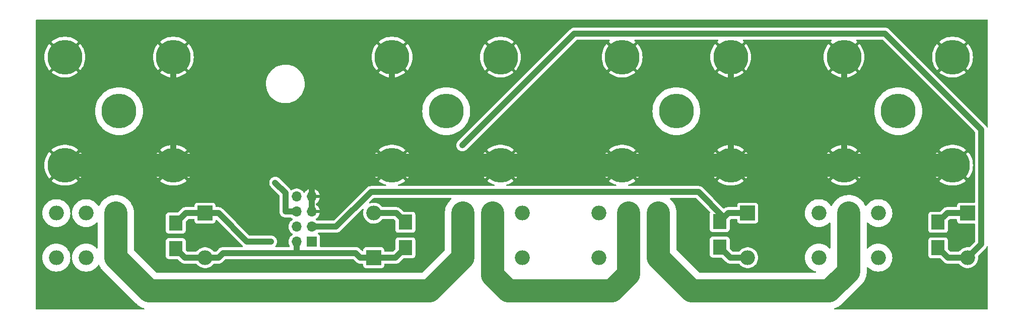
<source format=gbl>
G04 #@! TF.GenerationSoftware,KiCad,Pcbnew,7.0.9-7.0.9~ubuntu20.04.1*
G04 #@! TF.CreationDate,2023-12-17T17:55:52+01:00*
G04 #@! TF.ProjectId,PL_switch,504c5f73-7769-4746-9368-2e6b69636164,1.0*
G04 #@! TF.SameCoordinates,Original*
G04 #@! TF.FileFunction,Copper,L2,Bot*
G04 #@! TF.FilePolarity,Positive*
%FSLAX46Y46*%
G04 Gerber Fmt 4.6, Leading zero omitted, Abs format (unit mm)*
G04 Created by KiCad (PCBNEW 7.0.9-7.0.9~ubuntu20.04.1) date 2023-12-17 17:55:52*
%MOMM*%
%LPD*%
G01*
G04 APERTURE LIST*
G04 #@! TA.AperFunction,ComponentPad*
%ADD10R,2.500000X2.500000*%
G04 #@! TD*
G04 #@! TA.AperFunction,ComponentPad*
%ADD11O,2.500000X2.500000*%
G04 #@! TD*
G04 #@! TA.AperFunction,ComponentPad*
%ADD12C,5.842000*%
G04 #@! TD*
G04 #@! TA.AperFunction,ComponentPad*
%ADD13R,1.700000X1.700000*%
G04 #@! TD*
G04 #@! TA.AperFunction,ComponentPad*
%ADD14O,1.700000X1.700000*%
G04 #@! TD*
G04 #@! TA.AperFunction,SMDPad,CuDef*
%ADD15R,2.300000X2.500000*%
G04 #@! TD*
G04 #@! TA.AperFunction,ViaPad*
%ADD16C,0.800000*%
G04 #@! TD*
G04 #@! TA.AperFunction,Conductor*
%ADD17C,1.000000*%
G04 #@! TD*
G04 #@! TA.AperFunction,Conductor*
%ADD18C,3.900000*%
G04 #@! TD*
G04 APERTURE END LIST*
D10*
X215646000Y-106294500D03*
D11*
X200646000Y-106294500D03*
X195646000Y-106294500D03*
X190646000Y-106294500D03*
X190646000Y-113794500D03*
X195646000Y-113794500D03*
X200646000Y-113794500D03*
X215646000Y-113794500D03*
D12*
X204000000Y-89100000D03*
X194881400Y-98218600D03*
X194881400Y-79981400D03*
X213118600Y-79981400D03*
X213118600Y-98218600D03*
D13*
X105410000Y-111125000D03*
D14*
X102870000Y-111125000D03*
X105410000Y-108585000D03*
X102870000Y-108585000D03*
X105410000Y-106045000D03*
X102870000Y-106045000D03*
X105410000Y-103505000D03*
X102870000Y-103505000D03*
D12*
X128016000Y-89100000D03*
X118897400Y-98218600D03*
X137134600Y-98218600D03*
X118897400Y-79981400D03*
X137134600Y-79981400D03*
X73025000Y-89100000D03*
X82143600Y-79981400D03*
X63906400Y-98218600D03*
X63906400Y-79981400D03*
X82143600Y-98218600D03*
X166700000Y-89100000D03*
X157581400Y-98218600D03*
X175818600Y-98218600D03*
X175818600Y-79981400D03*
X157581400Y-79981400D03*
D10*
X178689000Y-106294500D03*
D11*
X163689000Y-106294500D03*
X158689000Y-106294500D03*
X153689000Y-106294500D03*
X153689000Y-113794500D03*
X158689000Y-113794500D03*
X163689000Y-113794500D03*
X178689000Y-113794500D03*
D10*
X115824000Y-113792000D03*
D11*
X130824000Y-113792000D03*
X135824000Y-113792000D03*
X140824000Y-113792000D03*
X140824000Y-106292000D03*
X135824000Y-106292000D03*
X130824000Y-106292000D03*
X115824000Y-106292000D03*
D10*
X87475500Y-106294500D03*
D11*
X72475500Y-106294500D03*
X67475500Y-106294500D03*
X62475500Y-106294500D03*
X62475500Y-113794500D03*
X67475500Y-113794500D03*
X72475500Y-113794500D03*
X87475500Y-113794500D03*
D15*
X173990000Y-112005000D03*
X173990000Y-107705000D03*
X82550000Y-107959000D03*
X82550000Y-112259000D03*
X210693000Y-112132000D03*
X210693000Y-107832000D03*
X121158000Y-107832000D03*
X121158000Y-112132000D03*
D16*
X99276900Y-101168900D03*
X98565200Y-111095200D03*
X130727700Y-94854000D03*
D17*
X101019700Y-106045000D02*
X101019700Y-102911700D01*
X101019700Y-102911700D02*
X99276900Y-101168900D01*
X102870000Y-106045000D02*
X101019700Y-106045000D01*
X119498000Y-113792000D02*
X121158000Y-112132000D01*
X115824000Y-113792000D02*
X113573700Y-113792000D01*
X84085500Y-113794500D02*
X82550000Y-112259000D01*
X89725800Y-113794500D02*
X90510500Y-113009800D01*
X87475500Y-113794500D02*
X84085500Y-113794500D01*
X90510500Y-113009800D02*
X102870000Y-113009800D01*
X102870000Y-112050100D02*
X102870000Y-113009800D01*
X102870000Y-113009800D02*
X112791500Y-113009800D01*
X102870000Y-111125000D02*
X102870000Y-112050100D01*
X112791500Y-113009800D02*
X113573700Y-113792000D01*
X87475500Y-113794500D02*
X89725800Y-113794500D01*
X115824000Y-113792000D02*
X119498000Y-113792000D01*
X115371900Y-102734200D02*
X109521100Y-108585000D01*
X175400500Y-106294500D02*
X173990000Y-107705000D01*
X109521100Y-108585000D02*
X105410000Y-108585000D01*
X174695000Y-106999500D02*
X170429700Y-102734200D01*
X178689000Y-106294500D02*
X175400500Y-106294500D01*
X170429700Y-102734200D02*
X115371900Y-102734200D01*
X215646000Y-106294500D02*
X212230500Y-106294500D01*
X212230500Y-106294500D02*
X210693000Y-107832000D01*
X105410000Y-103505000D02*
X105410000Y-98647200D01*
D18*
X213118600Y-98218600D02*
X105838600Y-98218600D01*
D17*
X105410000Y-98647200D02*
X105838600Y-98218600D01*
X118897400Y-90548200D02*
X118897400Y-79981400D01*
X194881400Y-79981400D02*
X194881400Y-98218600D01*
D18*
X105838600Y-98218600D02*
X63906400Y-98218600D01*
D17*
X111227000Y-98218600D02*
X118897400Y-90548200D01*
X175818600Y-79981400D02*
X175818600Y-98218600D01*
X105410000Y-103505000D02*
X105410000Y-106045000D01*
X82143600Y-79981400D02*
X82143600Y-98218600D01*
X178689000Y-113794500D02*
X175779500Y-113794500D01*
X84214500Y-106294500D02*
X82550000Y-107959000D01*
X175779500Y-113794500D02*
X173990000Y-112005000D01*
X115824000Y-106292000D02*
X119618000Y-106292000D01*
X217913400Y-92183400D02*
X217913400Y-111526600D01*
X149540900Y-76040800D02*
X201770800Y-76040800D01*
X119618000Y-106292000D02*
X121158000Y-107832000D01*
X87475500Y-106294500D02*
X89725800Y-106294500D01*
X215646000Y-113794500D02*
X212355500Y-113794500D01*
X215646000Y-113794000D02*
X215646000Y-113794500D01*
X217913400Y-111526600D02*
X215646000Y-113794000D01*
X130727700Y-94854000D02*
X149540900Y-76040800D01*
X87475500Y-106294500D02*
X84214500Y-106294500D01*
X201770800Y-76040800D02*
X217913400Y-92183400D01*
X89725800Y-106294500D02*
X94526500Y-111095200D01*
X212355500Y-113794500D02*
X210693000Y-112132000D01*
X94526500Y-111095200D02*
X98565200Y-111095200D01*
D18*
X72475500Y-113794500D02*
X72475500Y-106294500D01*
X78061000Y-119380000D02*
X125236000Y-119380000D01*
X125236000Y-119380000D02*
X130824000Y-113792000D01*
X72475500Y-113794500D02*
X78061000Y-119380000D01*
X130824000Y-113792000D02*
X130824000Y-106292000D01*
X155892500Y-119380000D02*
X138430000Y-119380000D01*
X158689000Y-113794500D02*
X158689000Y-116583500D01*
X135824000Y-113792000D02*
X135824000Y-106292000D01*
X158689000Y-116583500D02*
X155892500Y-119380000D01*
X138430000Y-119380000D02*
X135824000Y-116774000D01*
X158689000Y-113794500D02*
X158689000Y-106294500D01*
X135824000Y-116774000D02*
X135824000Y-113792000D01*
X195646000Y-116139000D02*
X192405000Y-119380000D01*
X163689000Y-113794500D02*
X163689000Y-106294500D01*
X169274500Y-119380000D02*
X163689000Y-113794500D01*
X195646000Y-113794500D02*
X195646000Y-116139000D01*
X195646000Y-113794500D02*
X195646000Y-106294500D01*
X192405000Y-119380000D02*
X169274500Y-119380000D01*
G04 #@! TA.AperFunction,Conductor*
G36*
X219016621Y-73680502D02*
G01*
X219063114Y-73734158D01*
X219074500Y-73786500D01*
X219074500Y-91713257D01*
X219054498Y-91781378D01*
X219000842Y-91827871D01*
X218930568Y-91837975D01*
X218865988Y-91808481D01*
X218837378Y-91772653D01*
X218755994Y-91620395D01*
X218629968Y-91466832D01*
X218593866Y-91437204D01*
X218589293Y-91433059D01*
X207137638Y-79981404D01*
X209684564Y-79981404D01*
X209704694Y-80352683D01*
X209764849Y-80719612D01*
X209864324Y-81077890D01*
X210001948Y-81423302D01*
X210001952Y-81423311D01*
X210176120Y-81751828D01*
X210384789Y-82059591D01*
X210520925Y-82219863D01*
X211782086Y-80958701D01*
X211947557Y-81152443D01*
X212141296Y-81317912D01*
X210877512Y-82581697D01*
X210895454Y-82598694D01*
X211191458Y-82823710D01*
X211191464Y-82823713D01*
X211510067Y-83015410D01*
X211510074Y-83015414D01*
X211847520Y-83171534D01*
X211847532Y-83171539D01*
X212199888Y-83290261D01*
X212199902Y-83290265D01*
X212563022Y-83370195D01*
X212563046Y-83370199D01*
X212932677Y-83410399D01*
X212932693Y-83410400D01*
X213304507Y-83410400D01*
X213304522Y-83410399D01*
X213674153Y-83370199D01*
X213674177Y-83370195D01*
X214037297Y-83290265D01*
X214037311Y-83290261D01*
X214389667Y-83171539D01*
X214389679Y-83171534D01*
X214727125Y-83015414D01*
X214727132Y-83015410D01*
X215045735Y-82823713D01*
X215045741Y-82823710D01*
X215341751Y-82598688D01*
X215341758Y-82598682D01*
X215359687Y-82581698D01*
X215359687Y-82581697D01*
X214095903Y-81317912D01*
X214289643Y-81152443D01*
X214455112Y-80958702D01*
X215716274Y-82219863D01*
X215852409Y-82059592D01*
X216061079Y-81751828D01*
X216235247Y-81423311D01*
X216235251Y-81423302D01*
X216372875Y-81077890D01*
X216472350Y-80719612D01*
X216532505Y-80352683D01*
X216552636Y-79981404D01*
X216552636Y-79981395D01*
X216532505Y-79610116D01*
X216472350Y-79243187D01*
X216372875Y-78884909D01*
X216235251Y-78539497D01*
X216235247Y-78539488D01*
X216061079Y-78210971D01*
X215852410Y-77903208D01*
X215716274Y-77742935D01*
X214455112Y-79004096D01*
X214289643Y-78810357D01*
X214095902Y-78644886D01*
X215359687Y-77381101D01*
X215341749Y-77364109D01*
X215045741Y-77139089D01*
X215045735Y-77139086D01*
X214727132Y-76947389D01*
X214727125Y-76947385D01*
X214389679Y-76791265D01*
X214389667Y-76791260D01*
X214037311Y-76672538D01*
X214037297Y-76672534D01*
X213674177Y-76592604D01*
X213674153Y-76592600D01*
X213304522Y-76552400D01*
X212932677Y-76552400D01*
X212563046Y-76592600D01*
X212563022Y-76592604D01*
X212199902Y-76672534D01*
X212199888Y-76672538D01*
X211847532Y-76791260D01*
X211847520Y-76791265D01*
X211510074Y-76947385D01*
X211510067Y-76947389D01*
X211191464Y-77139086D01*
X211191458Y-77139089D01*
X210895449Y-77364110D01*
X210877511Y-77381101D01*
X212141297Y-78644887D01*
X211947557Y-78810357D01*
X211782087Y-79004097D01*
X210520925Y-77742935D01*
X210384789Y-77903208D01*
X210176120Y-78210971D01*
X210001952Y-78539488D01*
X210001948Y-78539497D01*
X209864324Y-78884909D01*
X209764849Y-79243187D01*
X209704694Y-79610116D01*
X209684564Y-79981395D01*
X209684564Y-79981404D01*
X207137638Y-79981404D01*
X202521134Y-75364900D01*
X202516989Y-75360326D01*
X202487367Y-75324231D01*
X202333804Y-75198205D01*
X202158605Y-75104559D01*
X202158603Y-75104558D01*
X201968504Y-75046891D01*
X201968492Y-75046889D01*
X201770804Y-75027420D01*
X201770797Y-75027420D01*
X201724335Y-75031996D01*
X201718156Y-75032300D01*
X149593544Y-75032300D01*
X149587365Y-75031996D01*
X149540903Y-75027420D01*
X149540896Y-75027420D01*
X149343203Y-75046889D01*
X149210764Y-75087065D01*
X149153094Y-75104559D01*
X148977895Y-75198205D01*
X148824330Y-75324232D01*
X148794704Y-75360332D01*
X148790550Y-75364915D01*
X129979560Y-94175904D01*
X129979542Y-94175923D01*
X129885105Y-94290996D01*
X129791459Y-94466194D01*
X129791458Y-94466196D01*
X129733791Y-94656295D01*
X129733789Y-94656307D01*
X129714320Y-94853995D01*
X129714320Y-94854004D01*
X129733789Y-95051692D01*
X129733791Y-95051704D01*
X129791458Y-95241803D01*
X129791459Y-95241805D01*
X129885103Y-95417000D01*
X129885105Y-95417003D01*
X130011132Y-95570568D01*
X130164697Y-95696595D01*
X130164699Y-95696596D01*
X130339894Y-95790240D01*
X130339896Y-95790241D01*
X130529995Y-95847908D01*
X130529996Y-95847908D01*
X130529999Y-95847909D01*
X130530003Y-95847909D01*
X130530007Y-95847910D01*
X130727696Y-95867380D01*
X130727700Y-95867380D01*
X130727704Y-95867380D01*
X130925392Y-95847910D01*
X130925393Y-95847909D01*
X130925401Y-95847909D01*
X131115504Y-95790241D01*
X131290703Y-95696595D01*
X131405782Y-95602152D01*
X137907931Y-89100003D01*
X162673650Y-89100003D01*
X162693038Y-89494647D01*
X162693039Y-89494661D01*
X162751015Y-89885505D01*
X162847026Y-90268799D01*
X162980136Y-90640813D01*
X162980138Y-90640817D01*
X163149076Y-90998008D01*
X163149078Y-90998011D01*
X163352214Y-91336924D01*
X163587581Y-91654280D01*
X163587588Y-91654288D01*
X163587589Y-91654289D01*
X163852941Y-91947059D01*
X164145711Y-92212411D01*
X164145719Y-92212418D01*
X164463075Y-92447785D01*
X164463079Y-92447787D01*
X164463080Y-92447788D01*
X164801992Y-92650924D01*
X165159183Y-92819862D01*
X165159186Y-92819863D01*
X165531200Y-92952973D01*
X165531202Y-92952973D01*
X165531212Y-92952977D01*
X165914498Y-93048985D01*
X166305349Y-93106962D01*
X166642289Y-93123514D01*
X166699996Y-93126350D01*
X166700000Y-93126350D01*
X166700004Y-93126350D01*
X166755674Y-93123614D01*
X167094651Y-93106962D01*
X167485502Y-93048985D01*
X167868788Y-92952977D01*
X168240817Y-92819862D01*
X168598008Y-92650924D01*
X168936920Y-92447788D01*
X169254289Y-92212411D01*
X169547059Y-91947059D01*
X169812411Y-91654289D01*
X170047788Y-91336920D01*
X170250924Y-90998008D01*
X170419862Y-90640817D01*
X170552977Y-90268788D01*
X170648985Y-89885502D01*
X170706962Y-89494651D01*
X170726350Y-89100003D01*
X199973650Y-89100003D01*
X199993038Y-89494647D01*
X199993039Y-89494661D01*
X200051015Y-89885505D01*
X200147026Y-90268799D01*
X200280136Y-90640813D01*
X200280138Y-90640817D01*
X200449076Y-90998008D01*
X200449078Y-90998011D01*
X200652214Y-91336924D01*
X200887581Y-91654280D01*
X200887588Y-91654288D01*
X200887589Y-91654289D01*
X201152941Y-91947059D01*
X201445711Y-92212411D01*
X201445719Y-92212418D01*
X201763075Y-92447785D01*
X201763079Y-92447787D01*
X201763080Y-92447788D01*
X202101992Y-92650924D01*
X202459183Y-92819862D01*
X202459186Y-92819863D01*
X202831200Y-92952973D01*
X202831202Y-92952973D01*
X202831212Y-92952977D01*
X203214498Y-93048985D01*
X203605349Y-93106962D01*
X203942289Y-93123514D01*
X203999996Y-93126350D01*
X204000000Y-93126350D01*
X204000004Y-93126350D01*
X204055674Y-93123614D01*
X204394651Y-93106962D01*
X204785502Y-93048985D01*
X205168788Y-92952977D01*
X205540817Y-92819862D01*
X205898008Y-92650924D01*
X206236920Y-92447788D01*
X206554289Y-92212411D01*
X206847059Y-91947059D01*
X207112411Y-91654289D01*
X207347788Y-91336920D01*
X207550924Y-90998008D01*
X207719862Y-90640817D01*
X207852977Y-90268788D01*
X207948985Y-89885502D01*
X208006962Y-89494651D01*
X208026350Y-89100000D01*
X208006962Y-88705349D01*
X207948985Y-88314498D01*
X207852977Y-87931212D01*
X207719862Y-87559183D01*
X207550924Y-87201992D01*
X207347788Y-86863080D01*
X207347787Y-86863079D01*
X207347785Y-86863075D01*
X207112418Y-86545719D01*
X207112411Y-86545711D01*
X206847059Y-86252941D01*
X206554289Y-85987589D01*
X206554288Y-85987588D01*
X206554280Y-85987581D01*
X206236924Y-85752214D01*
X205898011Y-85549078D01*
X205898012Y-85549078D01*
X205898008Y-85549076D01*
X205540817Y-85380138D01*
X205540813Y-85380136D01*
X205168799Y-85247026D01*
X205168790Y-85247023D01*
X205168788Y-85247023D01*
X205074660Y-85223445D01*
X204785505Y-85151015D01*
X204394661Y-85093039D01*
X204394654Y-85093038D01*
X204394651Y-85093038D01*
X204197325Y-85083344D01*
X204000004Y-85073650D01*
X203999996Y-85073650D01*
X203774485Y-85084728D01*
X203605349Y-85093038D01*
X203605346Y-85093038D01*
X203605338Y-85093039D01*
X203214494Y-85151015D01*
X202831200Y-85247026D01*
X202459186Y-85380136D01*
X202101988Y-85549078D01*
X201763075Y-85752214D01*
X201445719Y-85987581D01*
X201152941Y-86252941D01*
X200887581Y-86545719D01*
X200652214Y-86863075D01*
X200449078Y-87201988D01*
X200280136Y-87559186D01*
X200147026Y-87931200D01*
X200051015Y-88314494D01*
X199993039Y-88705338D01*
X199993038Y-88705352D01*
X199973650Y-89099996D01*
X199973650Y-89100003D01*
X170726350Y-89100003D01*
X170726350Y-89100000D01*
X170706962Y-88705349D01*
X170648985Y-88314498D01*
X170552977Y-87931212D01*
X170419862Y-87559183D01*
X170250924Y-87201992D01*
X170047788Y-86863080D01*
X170047787Y-86863079D01*
X170047785Y-86863075D01*
X169812418Y-86545719D01*
X169812411Y-86545711D01*
X169547059Y-86252941D01*
X169254289Y-85987589D01*
X169254288Y-85987588D01*
X169254280Y-85987581D01*
X168936924Y-85752214D01*
X168598011Y-85549078D01*
X168598012Y-85549078D01*
X168598008Y-85549076D01*
X168240817Y-85380138D01*
X168240813Y-85380136D01*
X167868799Y-85247026D01*
X167868790Y-85247023D01*
X167868788Y-85247023D01*
X167774660Y-85223445D01*
X167485505Y-85151015D01*
X167094661Y-85093039D01*
X167094654Y-85093038D01*
X167094651Y-85093038D01*
X166897325Y-85083344D01*
X166700004Y-85073650D01*
X166699996Y-85073650D01*
X166474485Y-85084728D01*
X166305349Y-85093038D01*
X166305346Y-85093038D01*
X166305338Y-85093039D01*
X165914494Y-85151015D01*
X165531200Y-85247026D01*
X165159186Y-85380136D01*
X164801988Y-85549078D01*
X164463075Y-85752214D01*
X164145719Y-85987581D01*
X163852941Y-86252941D01*
X163587581Y-86545719D01*
X163352214Y-86863075D01*
X163149078Y-87201988D01*
X162980136Y-87559186D01*
X162847026Y-87931200D01*
X162751015Y-88314494D01*
X162693039Y-88705338D01*
X162693038Y-88705352D01*
X162673650Y-89099996D01*
X162673650Y-89100003D01*
X137907931Y-89100003D01*
X149921729Y-77086205D01*
X149984041Y-77052179D01*
X150010824Y-77049300D01*
X155398420Y-77049300D01*
X155466541Y-77069302D01*
X155513034Y-77122958D01*
X155523138Y-77193232D01*
X155493644Y-77257812D01*
X155474672Y-77275608D01*
X155358250Y-77364110D01*
X155340311Y-77381101D01*
X156604097Y-78644887D01*
X156410357Y-78810357D01*
X156244887Y-79004097D01*
X154983725Y-77742935D01*
X154847589Y-77903208D01*
X154638920Y-78210971D01*
X154464752Y-78539488D01*
X154464748Y-78539497D01*
X154327124Y-78884909D01*
X154227649Y-79243187D01*
X154167494Y-79610116D01*
X154147364Y-79981395D01*
X154147364Y-79981404D01*
X154167494Y-80352683D01*
X154227649Y-80719612D01*
X154327124Y-81077890D01*
X154464748Y-81423302D01*
X154464752Y-81423311D01*
X154638920Y-81751828D01*
X154847589Y-82059591D01*
X154983725Y-82219863D01*
X156244886Y-80958701D01*
X156410357Y-81152443D01*
X156604096Y-81317912D01*
X155340311Y-82581697D01*
X155358254Y-82598694D01*
X155654258Y-82823710D01*
X155654264Y-82823713D01*
X155972867Y-83015410D01*
X155972874Y-83015414D01*
X156310320Y-83171534D01*
X156310332Y-83171539D01*
X156662688Y-83290261D01*
X156662702Y-83290265D01*
X157025822Y-83370195D01*
X157025846Y-83370199D01*
X157395477Y-83410399D01*
X157395493Y-83410400D01*
X157767307Y-83410400D01*
X157767322Y-83410399D01*
X158136953Y-83370199D01*
X158136977Y-83370195D01*
X158500097Y-83290265D01*
X158500111Y-83290261D01*
X158852467Y-83171539D01*
X158852479Y-83171534D01*
X159189925Y-83015414D01*
X159189932Y-83015410D01*
X159508535Y-82823713D01*
X159508541Y-82823710D01*
X159804551Y-82598688D01*
X159804558Y-82598682D01*
X159822487Y-82581698D01*
X159822487Y-82581697D01*
X158558703Y-81317912D01*
X158752443Y-81152443D01*
X158917912Y-80958702D01*
X160179074Y-82219863D01*
X160315209Y-82059592D01*
X160523879Y-81751828D01*
X160698047Y-81423311D01*
X160698051Y-81423302D01*
X160835675Y-81077890D01*
X160935150Y-80719612D01*
X160995305Y-80352683D01*
X161015436Y-79981404D01*
X161015436Y-79981395D01*
X160995305Y-79610116D01*
X160935150Y-79243187D01*
X160835675Y-78884909D01*
X160698051Y-78539497D01*
X160698047Y-78539488D01*
X160523879Y-78210971D01*
X160315210Y-77903208D01*
X160179074Y-77742935D01*
X158917912Y-79004096D01*
X158752443Y-78810357D01*
X158558702Y-78644886D01*
X159822487Y-77381101D01*
X159804549Y-77364109D01*
X159688128Y-77275608D01*
X159646002Y-77218459D01*
X159641461Y-77147608D01*
X159675945Y-77085549D01*
X159738507Y-77051985D01*
X159764380Y-77049300D01*
X173635620Y-77049300D01*
X173703741Y-77069302D01*
X173750234Y-77122958D01*
X173760338Y-77193232D01*
X173730844Y-77257812D01*
X173711872Y-77275608D01*
X173595450Y-77364110D01*
X173577511Y-77381101D01*
X174841297Y-78644887D01*
X174647557Y-78810357D01*
X174482087Y-79004097D01*
X173220925Y-77742935D01*
X173084789Y-77903208D01*
X172876120Y-78210971D01*
X172701952Y-78539488D01*
X172701948Y-78539497D01*
X172564324Y-78884909D01*
X172464849Y-79243187D01*
X172404694Y-79610116D01*
X172384564Y-79981395D01*
X172384564Y-79981404D01*
X172404694Y-80352683D01*
X172464849Y-80719612D01*
X172564324Y-81077890D01*
X172701948Y-81423302D01*
X172701952Y-81423311D01*
X172876120Y-81751828D01*
X173084789Y-82059591D01*
X173220925Y-82219863D01*
X174482086Y-80958701D01*
X174647557Y-81152443D01*
X174841296Y-81317912D01*
X173577512Y-82581697D01*
X173595454Y-82598694D01*
X173891458Y-82823710D01*
X173891464Y-82823713D01*
X174210067Y-83015410D01*
X174210074Y-83015414D01*
X174547520Y-83171534D01*
X174547532Y-83171539D01*
X174899888Y-83290261D01*
X174899902Y-83290265D01*
X175263022Y-83370195D01*
X175263046Y-83370199D01*
X175632677Y-83410399D01*
X175632693Y-83410400D01*
X176004507Y-83410400D01*
X176004522Y-83410399D01*
X176374153Y-83370199D01*
X176374177Y-83370195D01*
X176737297Y-83290265D01*
X176737311Y-83290261D01*
X177089667Y-83171539D01*
X177089679Y-83171534D01*
X177427125Y-83015414D01*
X177427132Y-83015410D01*
X177745735Y-82823713D01*
X177745741Y-82823710D01*
X178041751Y-82598688D01*
X178041758Y-82598682D01*
X178059687Y-82581698D01*
X178059687Y-82581697D01*
X176795903Y-81317912D01*
X176989643Y-81152443D01*
X177155112Y-80958702D01*
X178416274Y-82219863D01*
X178552409Y-82059592D01*
X178761079Y-81751828D01*
X178935247Y-81423311D01*
X178935251Y-81423302D01*
X179072875Y-81077890D01*
X179172350Y-80719612D01*
X179232505Y-80352683D01*
X179252636Y-79981404D01*
X179252636Y-79981395D01*
X179232505Y-79610116D01*
X179172350Y-79243187D01*
X179072875Y-78884909D01*
X178935251Y-78539497D01*
X178935247Y-78539488D01*
X178761079Y-78210971D01*
X178552410Y-77903208D01*
X178416274Y-77742935D01*
X177155112Y-79004096D01*
X176989643Y-78810357D01*
X176795902Y-78644886D01*
X178059687Y-77381101D01*
X178041749Y-77364109D01*
X177925328Y-77275608D01*
X177883202Y-77218459D01*
X177878661Y-77147608D01*
X177913145Y-77085549D01*
X177975707Y-77051985D01*
X178001580Y-77049300D01*
X192698420Y-77049300D01*
X192766541Y-77069302D01*
X192813034Y-77122958D01*
X192823138Y-77193232D01*
X192793644Y-77257812D01*
X192774672Y-77275608D01*
X192658250Y-77364110D01*
X192640311Y-77381101D01*
X193904097Y-78644887D01*
X193710357Y-78810357D01*
X193544887Y-79004097D01*
X192283725Y-77742935D01*
X192147589Y-77903208D01*
X191938920Y-78210971D01*
X191764752Y-78539488D01*
X191764748Y-78539497D01*
X191627124Y-78884909D01*
X191527649Y-79243187D01*
X191467494Y-79610116D01*
X191447364Y-79981395D01*
X191447364Y-79981404D01*
X191467494Y-80352683D01*
X191527649Y-80719612D01*
X191627124Y-81077890D01*
X191764748Y-81423302D01*
X191764752Y-81423311D01*
X191938920Y-81751828D01*
X192147589Y-82059591D01*
X192283725Y-82219863D01*
X193544886Y-80958701D01*
X193710357Y-81152443D01*
X193904096Y-81317912D01*
X192640311Y-82581697D01*
X192658254Y-82598694D01*
X192954258Y-82823710D01*
X192954264Y-82823713D01*
X193272867Y-83015410D01*
X193272874Y-83015414D01*
X193610320Y-83171534D01*
X193610332Y-83171539D01*
X193962688Y-83290261D01*
X193962702Y-83290265D01*
X194325822Y-83370195D01*
X194325846Y-83370199D01*
X194695477Y-83410399D01*
X194695493Y-83410400D01*
X195067307Y-83410400D01*
X195067322Y-83410399D01*
X195436953Y-83370199D01*
X195436977Y-83370195D01*
X195800097Y-83290265D01*
X195800111Y-83290261D01*
X196152467Y-83171539D01*
X196152479Y-83171534D01*
X196489925Y-83015414D01*
X196489932Y-83015410D01*
X196808535Y-82823713D01*
X196808541Y-82823710D01*
X197104551Y-82598688D01*
X197104558Y-82598682D01*
X197122487Y-82581698D01*
X197122487Y-82581697D01*
X195858703Y-81317912D01*
X196052443Y-81152443D01*
X196217912Y-80958702D01*
X197479074Y-82219863D01*
X197615209Y-82059592D01*
X197823879Y-81751828D01*
X197998047Y-81423311D01*
X197998051Y-81423302D01*
X198135675Y-81077890D01*
X198235150Y-80719612D01*
X198295305Y-80352683D01*
X198315436Y-79981404D01*
X198315436Y-79981395D01*
X198295305Y-79610116D01*
X198235150Y-79243187D01*
X198135675Y-78884909D01*
X197998051Y-78539497D01*
X197998047Y-78539488D01*
X197823879Y-78210971D01*
X197615210Y-77903208D01*
X197479074Y-77742935D01*
X196217912Y-79004096D01*
X196052443Y-78810357D01*
X195858702Y-78644886D01*
X197122487Y-77381101D01*
X197104549Y-77364109D01*
X196988128Y-77275608D01*
X196946002Y-77218459D01*
X196941461Y-77147608D01*
X196975945Y-77085549D01*
X197038507Y-77051985D01*
X197064380Y-77049300D01*
X201300876Y-77049300D01*
X201368997Y-77069302D01*
X201389971Y-77086205D01*
X216867995Y-92564229D01*
X216902021Y-92626541D01*
X216904900Y-92653324D01*
X216904900Y-104410000D01*
X216884898Y-104478121D01*
X216831242Y-104524614D01*
X216778900Y-104536000D01*
X214347350Y-104536000D01*
X214286803Y-104542509D01*
X214286795Y-104542511D01*
X214149797Y-104593610D01*
X214149792Y-104593612D01*
X214032738Y-104681238D01*
X213945112Y-104798292D01*
X213945110Y-104798297D01*
X213894011Y-104935295D01*
X213894009Y-104935303D01*
X213887500Y-104995850D01*
X213887500Y-105160000D01*
X213867498Y-105228121D01*
X213813842Y-105274614D01*
X213761500Y-105286000D01*
X212283141Y-105286000D01*
X212276961Y-105285696D01*
X212230502Y-105281120D01*
X212230498Y-105281120D01*
X212180953Y-105286000D01*
X212032805Y-105300590D01*
X211842695Y-105358259D01*
X211667495Y-105451905D01*
X211513930Y-105577932D01*
X211484309Y-105614026D01*
X211480155Y-105618609D01*
X211062171Y-106036595D01*
X210999859Y-106070620D01*
X210973075Y-106073500D01*
X209494350Y-106073500D01*
X209433803Y-106080009D01*
X209433795Y-106080011D01*
X209296797Y-106131110D01*
X209296792Y-106131112D01*
X209179738Y-106218738D01*
X209092112Y-106335792D01*
X209092110Y-106335797D01*
X209041011Y-106472795D01*
X209041009Y-106472803D01*
X209034500Y-106533350D01*
X209034500Y-109130649D01*
X209041009Y-109191196D01*
X209041011Y-109191204D01*
X209092110Y-109328202D01*
X209092112Y-109328207D01*
X209179738Y-109445261D01*
X209296792Y-109532887D01*
X209296794Y-109532888D01*
X209296796Y-109532889D01*
X209355875Y-109554924D01*
X209433795Y-109583988D01*
X209433803Y-109583990D01*
X209494350Y-109590499D01*
X209494355Y-109590499D01*
X209494362Y-109590500D01*
X209494368Y-109590500D01*
X211891632Y-109590500D01*
X211891638Y-109590500D01*
X211891645Y-109590499D01*
X211891649Y-109590499D01*
X211952196Y-109583990D01*
X211952199Y-109583989D01*
X211952201Y-109583989D01*
X212089204Y-109532889D01*
X212206261Y-109445261D01*
X212293889Y-109328204D01*
X212344989Y-109191201D01*
X212351500Y-109130638D01*
X212351500Y-107651924D01*
X212371502Y-107583803D01*
X212388405Y-107562829D01*
X212611329Y-107339905D01*
X212673641Y-107305879D01*
X212700424Y-107303000D01*
X213761500Y-107303000D01*
X213829621Y-107323002D01*
X213876114Y-107376658D01*
X213887500Y-107429000D01*
X213887500Y-107593149D01*
X213894009Y-107653696D01*
X213894011Y-107653704D01*
X213945110Y-107790702D01*
X213945112Y-107790707D01*
X214032738Y-107907761D01*
X214149792Y-107995387D01*
X214149794Y-107995388D01*
X214149796Y-107995389D01*
X214192227Y-108011215D01*
X214286795Y-108046488D01*
X214286803Y-108046490D01*
X214347350Y-108052999D01*
X214347355Y-108052999D01*
X214347362Y-108053000D01*
X216778900Y-108053000D01*
X216847021Y-108073002D01*
X216893514Y-108126658D01*
X216904900Y-108179000D01*
X216904900Y-111056674D01*
X216884898Y-111124795D01*
X216867995Y-111145770D01*
X215996547Y-112017217D01*
X215934235Y-112051242D01*
X215888674Y-112052714D01*
X215777781Y-112036000D01*
X215514219Y-112036000D01*
X215253600Y-112075282D01*
X215253598Y-112075282D01*
X215253589Y-112075284D01*
X215001754Y-112152964D01*
X215001742Y-112152969D01*
X214764283Y-112267325D01*
X214764275Y-112267329D01*
X214546525Y-112415789D01*
X214546520Y-112415793D01*
X214353314Y-112595061D01*
X214238878Y-112738560D01*
X214180767Y-112779348D01*
X214140367Y-112786000D01*
X212825424Y-112786000D01*
X212757303Y-112765998D01*
X212736329Y-112749095D01*
X212388405Y-112401171D01*
X212354379Y-112338859D01*
X212351500Y-112312076D01*
X212351500Y-110833367D01*
X212351499Y-110833350D01*
X212344990Y-110772803D01*
X212344988Y-110772795D01*
X212297618Y-110645795D01*
X212293889Y-110635796D01*
X212293888Y-110635794D01*
X212293887Y-110635792D01*
X212206261Y-110518738D01*
X212089207Y-110431112D01*
X212089202Y-110431110D01*
X211952204Y-110380011D01*
X211952196Y-110380009D01*
X211891649Y-110373500D01*
X211891638Y-110373500D01*
X209494362Y-110373500D01*
X209494350Y-110373500D01*
X209433803Y-110380009D01*
X209433795Y-110380011D01*
X209296797Y-110431110D01*
X209296792Y-110431112D01*
X209179738Y-110518738D01*
X209092112Y-110635792D01*
X209092110Y-110635797D01*
X209041011Y-110772795D01*
X209041009Y-110772803D01*
X209034500Y-110833350D01*
X209034500Y-113430649D01*
X209041009Y-113491196D01*
X209041011Y-113491204D01*
X209092110Y-113628202D01*
X209092112Y-113628207D01*
X209179738Y-113745261D01*
X209296792Y-113832887D01*
X209296794Y-113832888D01*
X209296796Y-113832889D01*
X209355875Y-113854924D01*
X209433795Y-113883988D01*
X209433803Y-113883990D01*
X209494350Y-113890499D01*
X209494355Y-113890499D01*
X209494362Y-113890500D01*
X210973076Y-113890500D01*
X211041197Y-113910502D01*
X211062170Y-113927404D01*
X211605157Y-114470391D01*
X211609301Y-114474963D01*
X211638932Y-114511068D01*
X211792496Y-114637095D01*
X211963019Y-114728241D01*
X211967696Y-114730741D01*
X212062747Y-114759575D01*
X212157795Y-114788408D01*
X212157796Y-114788408D01*
X212157799Y-114788409D01*
X212157803Y-114788409D01*
X212157807Y-114788410D01*
X212355496Y-114807880D01*
X212355500Y-114807880D01*
X212355503Y-114807880D01*
X212401965Y-114803304D01*
X212408144Y-114803000D01*
X214140367Y-114803000D01*
X214208488Y-114823002D01*
X214238878Y-114850440D01*
X214353314Y-114993938D01*
X214546519Y-115173206D01*
X214546525Y-115173210D01*
X214764275Y-115321670D01*
X214764279Y-115321672D01*
X214764285Y-115321676D01*
X215001746Y-115436032D01*
X215001749Y-115436032D01*
X215001754Y-115436035D01*
X215253589Y-115513715D01*
X215253591Y-115513715D01*
X215253600Y-115513718D01*
X215514219Y-115553000D01*
X215514223Y-115553000D01*
X215777777Y-115553000D01*
X215777781Y-115553000D01*
X216038400Y-115513718D01*
X216049021Y-115510442D01*
X216290245Y-115436035D01*
X216290247Y-115436034D01*
X216290254Y-115436032D01*
X216527716Y-115321676D01*
X216745481Y-115173206D01*
X216938686Y-114993938D01*
X217103015Y-114787876D01*
X217234796Y-114559624D01*
X217331087Y-114314280D01*
X217389735Y-114057326D01*
X217409431Y-113794500D01*
X217390207Y-113537980D01*
X217405063Y-113468558D01*
X217426757Y-113439475D01*
X218589307Y-112276925D01*
X218593845Y-112272811D01*
X218629968Y-112243168D01*
X218755995Y-112089604D01*
X218837378Y-111937345D01*
X218887130Y-111886698D01*
X218956366Y-111870988D01*
X219023105Y-111895204D01*
X219066158Y-111951657D01*
X219074500Y-111996742D01*
X219074500Y-122428500D01*
X219054498Y-122496621D01*
X219000842Y-122543114D01*
X218948500Y-122554500D01*
X193306991Y-122554500D01*
X193238870Y-122534498D01*
X193192377Y-122480842D01*
X193182273Y-122410568D01*
X193211767Y-122345988D01*
X193266347Y-122309235D01*
X193268319Y-122308562D01*
X193327141Y-122288517D01*
X193431793Y-122257789D01*
X193490052Y-122233167D01*
X193494215Y-122231580D01*
X193554098Y-122211175D01*
X193652663Y-122164448D01*
X193708254Y-122140956D01*
X193753140Y-122121988D01*
X193753149Y-122121983D01*
X193808208Y-122090889D01*
X193812204Y-122088817D01*
X193869331Y-122061736D01*
X193869332Y-122061735D01*
X193869337Y-122061733D01*
X193961926Y-122004080D01*
X194056919Y-121950436D01*
X194108087Y-121913258D01*
X194111804Y-121910757D01*
X194131847Y-121898276D01*
X194165487Y-121877331D01*
X194247867Y-121811909D01*
X194250906Y-121809496D01*
X194301477Y-121772754D01*
X194339159Y-121745377D01*
X194385774Y-121702593D01*
X194389140Y-121699718D01*
X194438686Y-121660373D01*
X194515824Y-121583234D01*
X194596175Y-121509490D01*
X194596177Y-121509486D01*
X194596184Y-121509481D01*
X194637603Y-121461679D01*
X194640626Y-121458431D01*
X197787651Y-118311407D01*
X197897100Y-118205041D01*
X197966146Y-118120601D01*
X198038754Y-118039186D01*
X198075192Y-117987495D01*
X198077908Y-117983921D01*
X198117938Y-117934968D01*
X198176917Y-117843193D01*
X198239762Y-117754046D01*
X198270064Y-117698548D01*
X198272355Y-117694688D01*
X198288119Y-117670160D01*
X198306550Y-117641482D01*
X198354688Y-117543572D01*
X198406956Y-117447852D01*
X198430739Y-117389251D01*
X198432567Y-117385173D01*
X198460478Y-117328408D01*
X198497132Y-117225674D01*
X198538159Y-117124595D01*
X198555109Y-117063656D01*
X198556466Y-117059377D01*
X198577711Y-116999838D01*
X198577711Y-116999837D01*
X198577714Y-116999829D01*
X198602416Y-116893600D01*
X198631656Y-116788490D01*
X198641550Y-116726012D01*
X198642402Y-116721644D01*
X198656732Y-116660028D01*
X198669165Y-116551662D01*
X198686231Y-116443917D01*
X198688939Y-116380720D01*
X198689290Y-116376264D01*
X198689533Y-116374153D01*
X198696500Y-116313434D01*
X198696500Y-116204343D01*
X198699691Y-116129891D01*
X198701171Y-116095376D01*
X198701171Y-116095374D01*
X198696661Y-116032304D01*
X198696500Y-116027808D01*
X198696500Y-115471191D01*
X198716502Y-115403070D01*
X198770158Y-115356577D01*
X198840432Y-115346473D01*
X198905012Y-115375967D01*
X198917225Y-115388106D01*
X198980380Y-115460120D01*
X199209191Y-115660783D01*
X199212042Y-115663283D01*
X199382088Y-115776903D01*
X199468228Y-115834460D01*
X199744573Y-115970738D01*
X200036341Y-116069780D01*
X200293782Y-116120988D01*
X200338529Y-116129889D01*
X200338531Y-116129889D01*
X200338540Y-116129891D01*
X200514231Y-116141406D01*
X200645997Y-116150043D01*
X200646000Y-116150043D01*
X200646003Y-116150043D01*
X200761297Y-116142486D01*
X200953460Y-116129891D01*
X201255659Y-116069780D01*
X201547427Y-115970738D01*
X201823772Y-115834460D01*
X202079964Y-115663278D01*
X202311620Y-115460120D01*
X202514778Y-115228464D01*
X202516449Y-115225964D01*
X202572126Y-115142636D01*
X202685960Y-114972272D01*
X202822238Y-114695927D01*
X202921280Y-114404159D01*
X202981391Y-114101960D01*
X203001543Y-113794500D01*
X203001379Y-113792003D01*
X202984316Y-113531669D01*
X202981391Y-113487040D01*
X202921280Y-113184841D01*
X202822238Y-112893073D01*
X202685960Y-112616729D01*
X202563065Y-112432803D01*
X202514781Y-112360540D01*
X202514779Y-112360538D01*
X202514778Y-112360536D01*
X202311620Y-112128880D01*
X202079964Y-111925722D01*
X202079963Y-111925721D01*
X202079957Y-111925716D01*
X201823769Y-111754538D01*
X201547433Y-111618265D01*
X201547427Y-111618262D01*
X201547422Y-111618260D01*
X201547419Y-111618259D01*
X201255667Y-111519222D01*
X201255661Y-111519220D01*
X201255659Y-111519220D01*
X201168979Y-111501978D01*
X200953470Y-111459110D01*
X200953455Y-111459108D01*
X200646003Y-111438957D01*
X200645997Y-111438957D01*
X200338544Y-111459108D01*
X200338529Y-111459110D01*
X200079680Y-111510599D01*
X200036341Y-111519220D01*
X200036339Y-111519220D01*
X200036332Y-111519222D01*
X199744580Y-111618259D01*
X199744566Y-111618265D01*
X199468231Y-111754538D01*
X199212040Y-111925718D01*
X199212038Y-111925720D01*
X198980375Y-112128884D01*
X198917231Y-112200886D01*
X198857278Y-112238913D01*
X198786282Y-112238491D01*
X198726786Y-112199752D01*
X198697678Y-112134996D01*
X198696500Y-112117808D01*
X198696500Y-107971191D01*
X198716502Y-107903070D01*
X198770158Y-107856577D01*
X198840432Y-107846473D01*
X198905012Y-107875967D01*
X198917225Y-107888106D01*
X198980380Y-107960120D01*
X199209191Y-108160783D01*
X199212042Y-108163283D01*
X199403307Y-108291081D01*
X199468228Y-108334460D01*
X199744573Y-108470738D01*
X200036341Y-108569780D01*
X200297560Y-108621739D01*
X200338529Y-108629889D01*
X200338531Y-108629889D01*
X200338540Y-108629891D01*
X200514231Y-108641406D01*
X200645997Y-108650043D01*
X200646000Y-108650043D01*
X200646003Y-108650043D01*
X200761297Y-108642486D01*
X200953460Y-108629891D01*
X201255659Y-108569780D01*
X201547427Y-108470738D01*
X201823772Y-108334460D01*
X202017660Y-108204907D01*
X202079957Y-108163283D01*
X202079958Y-108163281D01*
X202079964Y-108163278D01*
X202311620Y-107960120D01*
X202514778Y-107728464D01*
X202516449Y-107725964D01*
X202583816Y-107625141D01*
X202685960Y-107472272D01*
X202822238Y-107195927D01*
X202921280Y-106904159D01*
X202981391Y-106601960D01*
X202994212Y-106406350D01*
X203001543Y-106294503D01*
X203001543Y-106294496D01*
X202987485Y-106080011D01*
X202981391Y-105987040D01*
X202921280Y-105684841D01*
X202822238Y-105393073D01*
X202685960Y-105116729D01*
X202570452Y-104943858D01*
X202514781Y-104860540D01*
X202514779Y-104860538D01*
X202514778Y-104860536D01*
X202311620Y-104628880D01*
X202079964Y-104425722D01*
X202079963Y-104425721D01*
X202079957Y-104425716D01*
X201823769Y-104254538D01*
X201547433Y-104118265D01*
X201547427Y-104118262D01*
X201547422Y-104118260D01*
X201547419Y-104118259D01*
X201255667Y-104019222D01*
X201255661Y-104019220D01*
X201255659Y-104019220D01*
X201168979Y-104001978D01*
X200953470Y-103959110D01*
X200953455Y-103959108D01*
X200646003Y-103938957D01*
X200645997Y-103938957D01*
X200338544Y-103959108D01*
X200338529Y-103959110D01*
X200079680Y-104010599D01*
X200036341Y-104019220D01*
X200036339Y-104019220D01*
X200036332Y-104019222D01*
X199744580Y-104118259D01*
X199744566Y-104118265D01*
X199468231Y-104254538D01*
X199212040Y-104425718D01*
X199212038Y-104425720D01*
X198980380Y-104628880D01*
X198777220Y-104860538D01*
X198777218Y-104860540D01*
X198646418Y-105056298D01*
X198591941Y-105101826D01*
X198521498Y-105110674D01*
X198457454Y-105080033D01*
X198425593Y-105035346D01*
X198387986Y-104946356D01*
X198304373Y-104798297D01*
X198216439Y-104642586D01*
X198216433Y-104642577D01*
X198180857Y-104593611D01*
X198011377Y-104360341D01*
X197775481Y-104103316D01*
X197511824Y-103874856D01*
X197511819Y-103874852D01*
X197223846Y-103677941D01*
X197223847Y-103677941D01*
X197032331Y-103576889D01*
X196915294Y-103515135D01*
X196590196Y-103388563D01*
X196590194Y-103388562D01*
X196590195Y-103388562D01*
X196252798Y-103299875D01*
X196252788Y-103299873D01*
X195907481Y-103250225D01*
X195721485Y-103244911D01*
X195558747Y-103240263D01*
X195558745Y-103240263D01*
X195558740Y-103240263D01*
X195211156Y-103270117D01*
X194869250Y-103339395D01*
X194869246Y-103339397D01*
X194537449Y-103447203D01*
X194220100Y-103592132D01*
X193921356Y-103772282D01*
X193645083Y-103985320D01*
X193465538Y-104159810D01*
X193394900Y-104228459D01*
X193233602Y-104425718D01*
X193174058Y-104498537D01*
X192985450Y-104792017D01*
X192985449Y-104792019D01*
X192862944Y-105041181D01*
X192814938Y-105093487D01*
X192746274Y-105111536D01*
X192678752Y-105089596D01*
X192645109Y-105055591D01*
X192514778Y-104860536D01*
X192311620Y-104628880D01*
X192079964Y-104425722D01*
X192079963Y-104425721D01*
X192079957Y-104425716D01*
X191823769Y-104254538D01*
X191547433Y-104118265D01*
X191547427Y-104118262D01*
X191547422Y-104118260D01*
X191547419Y-104118259D01*
X191255667Y-104019222D01*
X191255661Y-104019220D01*
X191255659Y-104019220D01*
X191168979Y-104001978D01*
X190953470Y-103959110D01*
X190953455Y-103959108D01*
X190646003Y-103938957D01*
X190645997Y-103938957D01*
X190338544Y-103959108D01*
X190338529Y-103959110D01*
X190079680Y-104010599D01*
X190036341Y-104019220D01*
X190036339Y-104019220D01*
X190036332Y-104019222D01*
X189744580Y-104118259D01*
X189744566Y-104118265D01*
X189468231Y-104254538D01*
X189212040Y-104425718D01*
X189212038Y-104425720D01*
X188980380Y-104628880D01*
X188777220Y-104860538D01*
X188777218Y-104860540D01*
X188606038Y-105116731D01*
X188469765Y-105393066D01*
X188469759Y-105393080D01*
X188370722Y-105684832D01*
X188370720Y-105684842D01*
X188310610Y-105987029D01*
X188310608Y-105987044D01*
X188290457Y-106294496D01*
X188290457Y-106294503D01*
X188310608Y-106601955D01*
X188310610Y-106601970D01*
X188342357Y-106761568D01*
X188370224Y-106901667D01*
X188370720Y-106904157D01*
X188370722Y-106904167D01*
X188469759Y-107195919D01*
X188469765Y-107195933D01*
X188606038Y-107472269D01*
X188777216Y-107728457D01*
X188777221Y-107728463D01*
X188777222Y-107728464D01*
X188980380Y-107960120D01*
X189209191Y-108160783D01*
X189212042Y-108163283D01*
X189403307Y-108291081D01*
X189468228Y-108334460D01*
X189744573Y-108470738D01*
X190036341Y-108569780D01*
X190297560Y-108621739D01*
X190338529Y-108629889D01*
X190338531Y-108629889D01*
X190338540Y-108629891D01*
X190514231Y-108641406D01*
X190645997Y-108650043D01*
X190646000Y-108650043D01*
X190646003Y-108650043D01*
X190761297Y-108642486D01*
X190953460Y-108629891D01*
X191255659Y-108569780D01*
X191547427Y-108470738D01*
X191823772Y-108334460D01*
X192017660Y-108204907D01*
X192079957Y-108163283D01*
X192079958Y-108163281D01*
X192079964Y-108163278D01*
X192311620Y-107960120D01*
X192374769Y-107888111D01*
X192434722Y-107850086D01*
X192505717Y-107850508D01*
X192565214Y-107889247D01*
X192594322Y-107954002D01*
X192595500Y-107971191D01*
X192595500Y-112117808D01*
X192575498Y-112185929D01*
X192521842Y-112232422D01*
X192451568Y-112242526D01*
X192386988Y-112213032D01*
X192374769Y-112200886D01*
X192311624Y-112128884D01*
X192311621Y-112128882D01*
X192311620Y-112128880D01*
X192079964Y-111925722D01*
X192079963Y-111925721D01*
X192079957Y-111925716D01*
X191823769Y-111754538D01*
X191547433Y-111618265D01*
X191547427Y-111618262D01*
X191547422Y-111618260D01*
X191547419Y-111618259D01*
X191255667Y-111519222D01*
X191255661Y-111519220D01*
X191255659Y-111519220D01*
X191168979Y-111501978D01*
X190953470Y-111459110D01*
X190953455Y-111459108D01*
X190646003Y-111438957D01*
X190645997Y-111438957D01*
X190338544Y-111459108D01*
X190338529Y-111459110D01*
X190079680Y-111510599D01*
X190036341Y-111519220D01*
X190036339Y-111519220D01*
X190036332Y-111519222D01*
X189744580Y-111618259D01*
X189744566Y-111618265D01*
X189468231Y-111754538D01*
X189212040Y-111925718D01*
X189212038Y-111925720D01*
X188980380Y-112128880D01*
X188777220Y-112360538D01*
X188777218Y-112360540D01*
X188606038Y-112616731D01*
X188469765Y-112893066D01*
X188469759Y-112893080D01*
X188370722Y-113184832D01*
X188370720Y-113184842D01*
X188310610Y-113487029D01*
X188310608Y-113487044D01*
X188290457Y-113794496D01*
X188290457Y-113794503D01*
X188310608Y-114101955D01*
X188310610Y-114101970D01*
X188352841Y-114314275D01*
X188370224Y-114401667D01*
X188370720Y-114404157D01*
X188370722Y-114404167D01*
X188469759Y-114695919D01*
X188469765Y-114695933D01*
X188606038Y-114972269D01*
X188777216Y-115228457D01*
X188777221Y-115228463D01*
X188777222Y-115228464D01*
X188980380Y-115460120D01*
X189209191Y-115660783D01*
X189212042Y-115663283D01*
X189382088Y-115776903D01*
X189468228Y-115834460D01*
X189744573Y-115970738D01*
X190036341Y-116069780D01*
X190087324Y-116079921D01*
X190150234Y-116112829D01*
X190185366Y-116174524D01*
X190181566Y-116245418D01*
X190140040Y-116303004D01*
X190073973Y-116328999D01*
X190062743Y-116329500D01*
X170590249Y-116329500D01*
X170522128Y-116309498D01*
X170501154Y-116292595D01*
X167512208Y-113303649D01*
X172331500Y-113303649D01*
X172338009Y-113364196D01*
X172338011Y-113364204D01*
X172389110Y-113501202D01*
X172389112Y-113501207D01*
X172476738Y-113618261D01*
X172593792Y-113705887D01*
X172593794Y-113705888D01*
X172593796Y-113705889D01*
X172652875Y-113727924D01*
X172730795Y-113756988D01*
X172730803Y-113756990D01*
X172791350Y-113763499D01*
X172791355Y-113763499D01*
X172791362Y-113763500D01*
X174270076Y-113763500D01*
X174338197Y-113783502D01*
X174359171Y-113800405D01*
X175029157Y-114470391D01*
X175033301Y-114474963D01*
X175062932Y-114511068D01*
X175216496Y-114637095D01*
X175326575Y-114695933D01*
X175387015Y-114728239D01*
X175391698Y-114730742D01*
X175433991Y-114743571D01*
X175581799Y-114788408D01*
X175581803Y-114788408D01*
X175581805Y-114788409D01*
X175779497Y-114807880D01*
X175779500Y-114807880D01*
X175779502Y-114807880D01*
X175825961Y-114803304D01*
X175832141Y-114803000D01*
X177183367Y-114803000D01*
X177251488Y-114823002D01*
X177281878Y-114850440D01*
X177396314Y-114993938D01*
X177589519Y-115173206D01*
X177589525Y-115173210D01*
X177807275Y-115321670D01*
X177807279Y-115321672D01*
X177807285Y-115321676D01*
X178044746Y-115436032D01*
X178044749Y-115436032D01*
X178044754Y-115436035D01*
X178296589Y-115513715D01*
X178296591Y-115513715D01*
X178296600Y-115513718D01*
X178557219Y-115553000D01*
X178557223Y-115553000D01*
X178820777Y-115553000D01*
X178820781Y-115553000D01*
X179081400Y-115513718D01*
X179092021Y-115510442D01*
X179333245Y-115436035D01*
X179333247Y-115436034D01*
X179333254Y-115436032D01*
X179570716Y-115321676D01*
X179788481Y-115173206D01*
X179981686Y-114993938D01*
X180146015Y-114787876D01*
X180277796Y-114559624D01*
X180374087Y-114314280D01*
X180432735Y-114057326D01*
X180452431Y-113794500D01*
X180432735Y-113531674D01*
X180374087Y-113274720D01*
X180277796Y-113029376D01*
X180277795Y-113029375D01*
X180277794Y-113029371D01*
X180146017Y-112801127D01*
X180131657Y-112783120D01*
X179981686Y-112595062D01*
X179788481Y-112415794D01*
X179788474Y-112415789D01*
X179570725Y-112267329D01*
X179570718Y-112267325D01*
X179333257Y-112152969D01*
X179333245Y-112152964D01*
X179081410Y-112075284D01*
X179081402Y-112075282D01*
X179081400Y-112075282D01*
X178820781Y-112036000D01*
X178557219Y-112036000D01*
X178296600Y-112075282D01*
X178296598Y-112075282D01*
X178296589Y-112075284D01*
X178044754Y-112152964D01*
X178044742Y-112152969D01*
X177807283Y-112267325D01*
X177807275Y-112267329D01*
X177589525Y-112415789D01*
X177589520Y-112415793D01*
X177396314Y-112595061D01*
X177281878Y-112738560D01*
X177223767Y-112779348D01*
X177183367Y-112786000D01*
X176249424Y-112786000D01*
X176181303Y-112765998D01*
X176160329Y-112749095D01*
X175685405Y-112274171D01*
X175651379Y-112211859D01*
X175648500Y-112185076D01*
X175648500Y-110706367D01*
X175648499Y-110706350D01*
X175641990Y-110645803D01*
X175641988Y-110645795D01*
X175599616Y-110532195D01*
X175590889Y-110508796D01*
X175590888Y-110508794D01*
X175590887Y-110508792D01*
X175503261Y-110391738D01*
X175386207Y-110304112D01*
X175386202Y-110304110D01*
X175249204Y-110253011D01*
X175249196Y-110253009D01*
X175188649Y-110246500D01*
X175188638Y-110246500D01*
X172791362Y-110246500D01*
X172791350Y-110246500D01*
X172730803Y-110253009D01*
X172730795Y-110253011D01*
X172593797Y-110304110D01*
X172593792Y-110304112D01*
X172476738Y-110391738D01*
X172389112Y-110508792D01*
X172389110Y-110508797D01*
X172338011Y-110645795D01*
X172338009Y-110645803D01*
X172331500Y-110706350D01*
X172331500Y-113303649D01*
X167512208Y-113303649D01*
X166776405Y-112567846D01*
X166742379Y-112505534D01*
X166739500Y-112478751D01*
X166739500Y-106207358D01*
X166738943Y-106197620D01*
X166724567Y-105946201D01*
X166665077Y-105602443D01*
X166566789Y-105267707D01*
X166430986Y-104946356D01*
X166347373Y-104798297D01*
X166259439Y-104642586D01*
X166259433Y-104642577D01*
X166223857Y-104593611D01*
X166054377Y-104360341D01*
X165818481Y-104103316D01*
X165818479Y-104103314D01*
X165818477Y-104103312D01*
X165657615Y-103963924D01*
X165619231Y-103904198D01*
X165619231Y-103833202D01*
X165657615Y-103773476D01*
X165722195Y-103743982D01*
X165740127Y-103742700D01*
X169959776Y-103742700D01*
X170027897Y-103762702D01*
X170048871Y-103779605D01*
X172356017Y-106086751D01*
X172390043Y-106149063D01*
X172384978Y-106219878D01*
X172384977Y-106219879D01*
X172338011Y-106345795D01*
X172338009Y-106345803D01*
X172331500Y-106406350D01*
X172331500Y-109003649D01*
X172338009Y-109064196D01*
X172338011Y-109064204D01*
X172389110Y-109201202D01*
X172389112Y-109201207D01*
X172476738Y-109318261D01*
X172593792Y-109405887D01*
X172593794Y-109405888D01*
X172593796Y-109405889D01*
X172637715Y-109422270D01*
X172730795Y-109456988D01*
X172730803Y-109456990D01*
X172791350Y-109463499D01*
X172791355Y-109463499D01*
X172791362Y-109463500D01*
X172791368Y-109463500D01*
X175188632Y-109463500D01*
X175188638Y-109463500D01*
X175188645Y-109463499D01*
X175188649Y-109463499D01*
X175249196Y-109456990D01*
X175249199Y-109456989D01*
X175249201Y-109456989D01*
X175386204Y-109405889D01*
X175503261Y-109318261D01*
X175544571Y-109263078D01*
X175590887Y-109201207D01*
X175590887Y-109201206D01*
X175590889Y-109201204D01*
X175641989Y-109064201D01*
X175645923Y-109027613D01*
X175648499Y-109003649D01*
X175648500Y-109003632D01*
X175648500Y-107524924D01*
X175668502Y-107456803D01*
X175685405Y-107435829D01*
X175781329Y-107339905D01*
X175843641Y-107305879D01*
X175870424Y-107303000D01*
X176804500Y-107303000D01*
X176872621Y-107323002D01*
X176919114Y-107376658D01*
X176930500Y-107429000D01*
X176930500Y-107593149D01*
X176937009Y-107653696D01*
X176937011Y-107653704D01*
X176988110Y-107790702D01*
X176988112Y-107790707D01*
X177075738Y-107907761D01*
X177192792Y-107995387D01*
X177192794Y-107995388D01*
X177192796Y-107995389D01*
X177235227Y-108011215D01*
X177329795Y-108046488D01*
X177329803Y-108046490D01*
X177390350Y-108052999D01*
X177390355Y-108052999D01*
X177390362Y-108053000D01*
X177390368Y-108053000D01*
X179987632Y-108053000D01*
X179987638Y-108053000D01*
X179987645Y-108052999D01*
X179987649Y-108052999D01*
X180048196Y-108046490D01*
X180048199Y-108046489D01*
X180048201Y-108046489D01*
X180185204Y-107995389D01*
X180235658Y-107957620D01*
X180302261Y-107907761D01*
X180389887Y-107790707D01*
X180389887Y-107790706D01*
X180389889Y-107790704D01*
X180440989Y-107653701D01*
X180444060Y-107625141D01*
X180447499Y-107593149D01*
X180447500Y-107593132D01*
X180447500Y-104995867D01*
X180447499Y-104995850D01*
X180440990Y-104935303D01*
X180440988Y-104935295D01*
X180389889Y-104798297D01*
X180389887Y-104798292D01*
X180302261Y-104681238D01*
X180185207Y-104593612D01*
X180185202Y-104593610D01*
X180048204Y-104542511D01*
X180048196Y-104542509D01*
X179987649Y-104536000D01*
X179987638Y-104536000D01*
X177390362Y-104536000D01*
X177390350Y-104536000D01*
X177329803Y-104542509D01*
X177329795Y-104542511D01*
X177192797Y-104593610D01*
X177192792Y-104593612D01*
X177075738Y-104681238D01*
X176988112Y-104798292D01*
X176988110Y-104798297D01*
X176937011Y-104935295D01*
X176937009Y-104935303D01*
X176930500Y-104995850D01*
X176930500Y-105160000D01*
X176910498Y-105228121D01*
X176856842Y-105274614D01*
X176804500Y-105286000D01*
X175453141Y-105286000D01*
X175446961Y-105285696D01*
X175400502Y-105281120D01*
X175400498Y-105281120D01*
X175350953Y-105286000D01*
X175202805Y-105300590D01*
X175012695Y-105358259D01*
X174837496Y-105451904D01*
X174837494Y-105451905D01*
X174780848Y-105498393D01*
X174715500Y-105526145D01*
X174645522Y-105514162D01*
X174611821Y-105490087D01*
X172901338Y-103779604D01*
X171180034Y-102058300D01*
X171175889Y-102053726D01*
X171146267Y-102017631D01*
X170992704Y-101891605D01*
X170817505Y-101797959D01*
X170817503Y-101797958D01*
X170627404Y-101740291D01*
X170627392Y-101740289D01*
X170429704Y-101720820D01*
X170429697Y-101720820D01*
X170383235Y-101725396D01*
X170377056Y-101725700D01*
X158680327Y-101725700D01*
X158612206Y-101705698D01*
X158565713Y-101652042D01*
X158555609Y-101581768D01*
X158585103Y-101517188D01*
X158640095Y-101480296D01*
X158852467Y-101408739D01*
X158852479Y-101408734D01*
X159189925Y-101252614D01*
X159189932Y-101252610D01*
X159508535Y-101060913D01*
X159508541Y-101060910D01*
X159804551Y-100835888D01*
X159804558Y-100835882D01*
X159822487Y-100818898D01*
X159822487Y-100818897D01*
X158558703Y-99555112D01*
X158752443Y-99389643D01*
X158917912Y-99195902D01*
X160179074Y-100457063D01*
X160315209Y-100296792D01*
X160523879Y-99989028D01*
X160698047Y-99660511D01*
X160698051Y-99660502D01*
X160835675Y-99315090D01*
X160935150Y-98956812D01*
X160995305Y-98589883D01*
X161015436Y-98218604D01*
X172384564Y-98218604D01*
X172404694Y-98589883D01*
X172464849Y-98956812D01*
X172564324Y-99315090D01*
X172701948Y-99660502D01*
X172701952Y-99660511D01*
X172876120Y-99989028D01*
X173084789Y-100296791D01*
X173220925Y-100457063D01*
X174482086Y-99195901D01*
X174647557Y-99389643D01*
X174841296Y-99555112D01*
X173577511Y-100818897D01*
X173595454Y-100835894D01*
X173891458Y-101060910D01*
X173891464Y-101060913D01*
X174210067Y-101252610D01*
X174210074Y-101252614D01*
X174547520Y-101408734D01*
X174547532Y-101408739D01*
X174899888Y-101527461D01*
X174899902Y-101527465D01*
X175263022Y-101607395D01*
X175263046Y-101607399D01*
X175632677Y-101647599D01*
X175632693Y-101647600D01*
X176004507Y-101647600D01*
X176004522Y-101647599D01*
X176374153Y-101607399D01*
X176374177Y-101607395D01*
X176737297Y-101527465D01*
X176737311Y-101527461D01*
X177089667Y-101408739D01*
X177089679Y-101408734D01*
X177427125Y-101252614D01*
X177427132Y-101252610D01*
X177745735Y-101060913D01*
X177745741Y-101060910D01*
X178041751Y-100835888D01*
X178041758Y-100835882D01*
X178059687Y-100818898D01*
X178059687Y-100818897D01*
X176795903Y-99555112D01*
X176989643Y-99389643D01*
X177155112Y-99195902D01*
X178416274Y-100457063D01*
X178552409Y-100296792D01*
X178761079Y-99989028D01*
X178935247Y-99660511D01*
X178935251Y-99660502D01*
X179072875Y-99315090D01*
X179172350Y-98956812D01*
X179232505Y-98589883D01*
X179252636Y-98218604D01*
X191447364Y-98218604D01*
X191467494Y-98589883D01*
X191527649Y-98956812D01*
X191627124Y-99315090D01*
X191764748Y-99660502D01*
X191764752Y-99660511D01*
X191938920Y-99989028D01*
X192147589Y-100296791D01*
X192283725Y-100457063D01*
X193544886Y-99195901D01*
X193710357Y-99389643D01*
X193904096Y-99555112D01*
X192640312Y-100818897D01*
X192658254Y-100835894D01*
X192954258Y-101060910D01*
X192954264Y-101060913D01*
X193272867Y-101252610D01*
X193272874Y-101252614D01*
X193610320Y-101408734D01*
X193610332Y-101408739D01*
X193962688Y-101527461D01*
X193962702Y-101527465D01*
X194325822Y-101607395D01*
X194325846Y-101607399D01*
X194695477Y-101647599D01*
X194695493Y-101647600D01*
X195067307Y-101647600D01*
X195067322Y-101647599D01*
X195436953Y-101607399D01*
X195436977Y-101607395D01*
X195800097Y-101527465D01*
X195800111Y-101527461D01*
X196152467Y-101408739D01*
X196152479Y-101408734D01*
X196489925Y-101252614D01*
X196489932Y-101252610D01*
X196808535Y-101060913D01*
X196808541Y-101060910D01*
X197104551Y-100835888D01*
X197104558Y-100835882D01*
X197122487Y-100818898D01*
X197122487Y-100818897D01*
X195858703Y-99555112D01*
X196052443Y-99389643D01*
X196217912Y-99195902D01*
X197479074Y-100457063D01*
X197615209Y-100296792D01*
X197823879Y-99989028D01*
X197998047Y-99660511D01*
X197998051Y-99660502D01*
X198135675Y-99315090D01*
X198235150Y-98956812D01*
X198295305Y-98589883D01*
X198315436Y-98218604D01*
X209684564Y-98218604D01*
X209704694Y-98589883D01*
X209764849Y-98956812D01*
X209864324Y-99315090D01*
X210001948Y-99660502D01*
X210001952Y-99660511D01*
X210176120Y-99989028D01*
X210384789Y-100296791D01*
X210520925Y-100457063D01*
X211782086Y-99195901D01*
X211947557Y-99389643D01*
X212141296Y-99555112D01*
X210877512Y-100818897D01*
X210895454Y-100835894D01*
X211191458Y-101060910D01*
X211191464Y-101060913D01*
X211510067Y-101252610D01*
X211510074Y-101252614D01*
X211847520Y-101408734D01*
X211847532Y-101408739D01*
X212199888Y-101527461D01*
X212199902Y-101527465D01*
X212563022Y-101607395D01*
X212563046Y-101607399D01*
X212932677Y-101647599D01*
X212932693Y-101647600D01*
X213304507Y-101647600D01*
X213304522Y-101647599D01*
X213674153Y-101607399D01*
X213674177Y-101607395D01*
X214037297Y-101527465D01*
X214037311Y-101527461D01*
X214389667Y-101408739D01*
X214389679Y-101408734D01*
X214727125Y-101252614D01*
X214727132Y-101252610D01*
X215045735Y-101060913D01*
X215045741Y-101060910D01*
X215341751Y-100835888D01*
X215341758Y-100835882D01*
X215359687Y-100818898D01*
X215359687Y-100818897D01*
X214095903Y-99555112D01*
X214289643Y-99389643D01*
X214455112Y-99195902D01*
X215716274Y-100457063D01*
X215852409Y-100296792D01*
X216061079Y-99989028D01*
X216235247Y-99660511D01*
X216235251Y-99660502D01*
X216372875Y-99315090D01*
X216472350Y-98956812D01*
X216532505Y-98589883D01*
X216552636Y-98218604D01*
X216552636Y-98218595D01*
X216532505Y-97847316D01*
X216472350Y-97480387D01*
X216372875Y-97122109D01*
X216235251Y-96776697D01*
X216235247Y-96776688D01*
X216061079Y-96448171D01*
X215852410Y-96140408D01*
X215716274Y-95980135D01*
X214455112Y-97241296D01*
X214289643Y-97047557D01*
X214095902Y-96882086D01*
X215359687Y-95618301D01*
X215341749Y-95601309D01*
X215045741Y-95376289D01*
X215045735Y-95376286D01*
X214727132Y-95184589D01*
X214727125Y-95184585D01*
X214389679Y-95028465D01*
X214389667Y-95028460D01*
X214037311Y-94909738D01*
X214037297Y-94909734D01*
X213674177Y-94829804D01*
X213674153Y-94829800D01*
X213304522Y-94789600D01*
X212932677Y-94789600D01*
X212563046Y-94829800D01*
X212563022Y-94829804D01*
X212199902Y-94909734D01*
X212199888Y-94909738D01*
X211847532Y-95028460D01*
X211847520Y-95028465D01*
X211510074Y-95184585D01*
X211510067Y-95184589D01*
X211191464Y-95376286D01*
X211191458Y-95376289D01*
X210895449Y-95601310D01*
X210877511Y-95618301D01*
X212141297Y-96882087D01*
X211947557Y-97047557D01*
X211782087Y-97241297D01*
X210520925Y-95980135D01*
X210384789Y-96140408D01*
X210176120Y-96448171D01*
X210001952Y-96776688D01*
X210001948Y-96776697D01*
X209864324Y-97122109D01*
X209764849Y-97480387D01*
X209704694Y-97847316D01*
X209684564Y-98218595D01*
X209684564Y-98218604D01*
X198315436Y-98218604D01*
X198315436Y-98218595D01*
X198295305Y-97847316D01*
X198235150Y-97480387D01*
X198135675Y-97122109D01*
X197998051Y-96776697D01*
X197998047Y-96776688D01*
X197823879Y-96448171D01*
X197615210Y-96140408D01*
X197479074Y-95980135D01*
X196217912Y-97241296D01*
X196052443Y-97047557D01*
X195858702Y-96882086D01*
X197122487Y-95618301D01*
X197104549Y-95601309D01*
X196808541Y-95376289D01*
X196808535Y-95376286D01*
X196489932Y-95184589D01*
X196489925Y-95184585D01*
X196152479Y-95028465D01*
X196152467Y-95028460D01*
X195800111Y-94909738D01*
X195800097Y-94909734D01*
X195436977Y-94829804D01*
X195436953Y-94829800D01*
X195067322Y-94789600D01*
X194695477Y-94789600D01*
X194325846Y-94829800D01*
X194325822Y-94829804D01*
X193962702Y-94909734D01*
X193962688Y-94909738D01*
X193610332Y-95028460D01*
X193610320Y-95028465D01*
X193272874Y-95184585D01*
X193272867Y-95184589D01*
X192954264Y-95376286D01*
X192954258Y-95376289D01*
X192658249Y-95601310D01*
X192640311Y-95618301D01*
X193904097Y-96882087D01*
X193710357Y-97047557D01*
X193544887Y-97241297D01*
X192283725Y-95980135D01*
X192147589Y-96140408D01*
X191938920Y-96448171D01*
X191764752Y-96776688D01*
X191764748Y-96776697D01*
X191627124Y-97122109D01*
X191527649Y-97480387D01*
X191467494Y-97847316D01*
X191447364Y-98218595D01*
X191447364Y-98218604D01*
X179252636Y-98218604D01*
X179252636Y-98218595D01*
X179232505Y-97847316D01*
X179172350Y-97480387D01*
X179072875Y-97122109D01*
X178935251Y-96776697D01*
X178935247Y-96776688D01*
X178761079Y-96448171D01*
X178552410Y-96140408D01*
X178416274Y-95980135D01*
X177155112Y-97241296D01*
X176989643Y-97047557D01*
X176795902Y-96882086D01*
X178059687Y-95618301D01*
X178041749Y-95601309D01*
X177745741Y-95376289D01*
X177745735Y-95376286D01*
X177427132Y-95184589D01*
X177427125Y-95184585D01*
X177089679Y-95028465D01*
X177089667Y-95028460D01*
X176737311Y-94909738D01*
X176737297Y-94909734D01*
X176374177Y-94829804D01*
X176374153Y-94829800D01*
X176004522Y-94789600D01*
X175632677Y-94789600D01*
X175263046Y-94829800D01*
X175263022Y-94829804D01*
X174899902Y-94909734D01*
X174899888Y-94909738D01*
X174547532Y-95028460D01*
X174547520Y-95028465D01*
X174210074Y-95184585D01*
X174210067Y-95184589D01*
X173891464Y-95376286D01*
X173891458Y-95376289D01*
X173595449Y-95601310D01*
X173577511Y-95618301D01*
X174841297Y-96882087D01*
X174647557Y-97047557D01*
X174482087Y-97241297D01*
X173220925Y-95980135D01*
X173084789Y-96140408D01*
X172876120Y-96448171D01*
X172701952Y-96776688D01*
X172701948Y-96776697D01*
X172564324Y-97122109D01*
X172464849Y-97480387D01*
X172404694Y-97847316D01*
X172384564Y-98218595D01*
X172384564Y-98218604D01*
X161015436Y-98218604D01*
X161015436Y-98218595D01*
X160995305Y-97847316D01*
X160935150Y-97480387D01*
X160835675Y-97122109D01*
X160698051Y-96776697D01*
X160698047Y-96776688D01*
X160523879Y-96448171D01*
X160315210Y-96140408D01*
X160179074Y-95980135D01*
X158917912Y-97241296D01*
X158752443Y-97047557D01*
X158558702Y-96882086D01*
X159822487Y-95618301D01*
X159804549Y-95601309D01*
X159508541Y-95376289D01*
X159508535Y-95376286D01*
X159189932Y-95184589D01*
X159189925Y-95184585D01*
X158852479Y-95028465D01*
X158852467Y-95028460D01*
X158500111Y-94909738D01*
X158500097Y-94909734D01*
X158136977Y-94829804D01*
X158136953Y-94829800D01*
X157767322Y-94789600D01*
X157395477Y-94789600D01*
X157025846Y-94829800D01*
X157025822Y-94829804D01*
X156662702Y-94909734D01*
X156662688Y-94909738D01*
X156310332Y-95028460D01*
X156310320Y-95028465D01*
X155972874Y-95184585D01*
X155972867Y-95184589D01*
X155654264Y-95376286D01*
X155654258Y-95376289D01*
X155358249Y-95601310D01*
X155340311Y-95618301D01*
X156604097Y-96882087D01*
X156410357Y-97047557D01*
X156244887Y-97241297D01*
X154983725Y-95980135D01*
X154847589Y-96140408D01*
X154638920Y-96448171D01*
X154464752Y-96776688D01*
X154464748Y-96776697D01*
X154327124Y-97122109D01*
X154227649Y-97480387D01*
X154167494Y-97847316D01*
X154147364Y-98218595D01*
X154147364Y-98218604D01*
X154167494Y-98589883D01*
X154227649Y-98956812D01*
X154327124Y-99315090D01*
X154464748Y-99660502D01*
X154464752Y-99660511D01*
X154638920Y-99989028D01*
X154847589Y-100296791D01*
X154983725Y-100457063D01*
X156244886Y-99195901D01*
X156410357Y-99389643D01*
X156604096Y-99555112D01*
X155340311Y-100818897D01*
X155358254Y-100835894D01*
X155654258Y-101060910D01*
X155654264Y-101060913D01*
X155972867Y-101252610D01*
X155972874Y-101252614D01*
X156310320Y-101408734D01*
X156310332Y-101408739D01*
X156522705Y-101480296D01*
X156580873Y-101521002D01*
X156607800Y-101586694D01*
X156594936Y-101656516D01*
X156546366Y-101708299D01*
X156482473Y-101725700D01*
X138233527Y-101725700D01*
X138165406Y-101705698D01*
X138118913Y-101652042D01*
X138108809Y-101581768D01*
X138138303Y-101517188D01*
X138193295Y-101480296D01*
X138405667Y-101408739D01*
X138405679Y-101408734D01*
X138743125Y-101252614D01*
X138743132Y-101252610D01*
X139061735Y-101060913D01*
X139061741Y-101060910D01*
X139357751Y-100835888D01*
X139357758Y-100835882D01*
X139375687Y-100818898D01*
X139375687Y-100818897D01*
X138111903Y-99555112D01*
X138305643Y-99389643D01*
X138471112Y-99195902D01*
X139732274Y-100457063D01*
X139868409Y-100296792D01*
X140077079Y-99989028D01*
X140251247Y-99660511D01*
X140251251Y-99660502D01*
X140388875Y-99315090D01*
X140488350Y-98956812D01*
X140548505Y-98589883D01*
X140568636Y-98218604D01*
X140568636Y-98218595D01*
X140548505Y-97847316D01*
X140488350Y-97480387D01*
X140388875Y-97122109D01*
X140251251Y-96776697D01*
X140251247Y-96776688D01*
X140077079Y-96448171D01*
X139868410Y-96140408D01*
X139732274Y-95980135D01*
X138471112Y-97241296D01*
X138305643Y-97047557D01*
X138111902Y-96882086D01*
X139375687Y-95618301D01*
X139357749Y-95601309D01*
X139061741Y-95376289D01*
X139061735Y-95376286D01*
X138743132Y-95184589D01*
X138743125Y-95184585D01*
X138405679Y-95028465D01*
X138405667Y-95028460D01*
X138053311Y-94909738D01*
X138053297Y-94909734D01*
X137690177Y-94829804D01*
X137690153Y-94829800D01*
X137320522Y-94789600D01*
X136948677Y-94789600D01*
X136579046Y-94829800D01*
X136579022Y-94829804D01*
X136215902Y-94909734D01*
X136215888Y-94909738D01*
X135863532Y-95028460D01*
X135863520Y-95028465D01*
X135526074Y-95184585D01*
X135526067Y-95184589D01*
X135207464Y-95376286D01*
X135207458Y-95376289D01*
X134911449Y-95601310D01*
X134893511Y-95618301D01*
X136157297Y-96882087D01*
X135963557Y-97047557D01*
X135798087Y-97241297D01*
X134536925Y-95980135D01*
X134400789Y-96140408D01*
X134192120Y-96448171D01*
X134017952Y-96776688D01*
X134017948Y-96776697D01*
X133880324Y-97122109D01*
X133780849Y-97480387D01*
X133720694Y-97847316D01*
X133700564Y-98218595D01*
X133700564Y-98218604D01*
X133720694Y-98589883D01*
X133780849Y-98956812D01*
X133880324Y-99315090D01*
X134017948Y-99660502D01*
X134017952Y-99660511D01*
X134192120Y-99989028D01*
X134400789Y-100296791D01*
X134536925Y-100457063D01*
X135798086Y-99195901D01*
X135963557Y-99389643D01*
X136157296Y-99555112D01*
X134893511Y-100818897D01*
X134911454Y-100835894D01*
X135207458Y-101060910D01*
X135207464Y-101060913D01*
X135526067Y-101252610D01*
X135526074Y-101252614D01*
X135863520Y-101408734D01*
X135863532Y-101408739D01*
X136075905Y-101480296D01*
X136134073Y-101521002D01*
X136161000Y-101586694D01*
X136148136Y-101656516D01*
X136099566Y-101708299D01*
X136035673Y-101725700D01*
X119996327Y-101725700D01*
X119928206Y-101705698D01*
X119881713Y-101652042D01*
X119871609Y-101581768D01*
X119901103Y-101517188D01*
X119956095Y-101480296D01*
X120168467Y-101408739D01*
X120168479Y-101408734D01*
X120505925Y-101252614D01*
X120505932Y-101252610D01*
X120824535Y-101060913D01*
X120824541Y-101060910D01*
X121120551Y-100835888D01*
X121120558Y-100835882D01*
X121138487Y-100818898D01*
X121138487Y-100818897D01*
X119874703Y-99555112D01*
X120068443Y-99389643D01*
X120233912Y-99195902D01*
X121495074Y-100457063D01*
X121631209Y-100296792D01*
X121839879Y-99989028D01*
X122014047Y-99660511D01*
X122014051Y-99660502D01*
X122151675Y-99315090D01*
X122251150Y-98956812D01*
X122311305Y-98589883D01*
X122331436Y-98218604D01*
X122331436Y-98218595D01*
X122311305Y-97847316D01*
X122251150Y-97480387D01*
X122151675Y-97122109D01*
X122014051Y-96776697D01*
X122014047Y-96776688D01*
X121839879Y-96448171D01*
X121631210Y-96140408D01*
X121495074Y-95980135D01*
X120233912Y-97241296D01*
X120068443Y-97047557D01*
X119874702Y-96882086D01*
X121138487Y-95618301D01*
X121120549Y-95601309D01*
X120824541Y-95376289D01*
X120824535Y-95376286D01*
X120505932Y-95184589D01*
X120505925Y-95184585D01*
X120168479Y-95028465D01*
X120168467Y-95028460D01*
X119816111Y-94909738D01*
X119816097Y-94909734D01*
X119452977Y-94829804D01*
X119452953Y-94829800D01*
X119083322Y-94789600D01*
X118711477Y-94789600D01*
X118341846Y-94829800D01*
X118341822Y-94829804D01*
X117978702Y-94909734D01*
X117978688Y-94909738D01*
X117626332Y-95028460D01*
X117626320Y-95028465D01*
X117288874Y-95184585D01*
X117288867Y-95184589D01*
X116970264Y-95376286D01*
X116970258Y-95376289D01*
X116674249Y-95601310D01*
X116656311Y-95618301D01*
X117920097Y-96882087D01*
X117726357Y-97047557D01*
X117560887Y-97241297D01*
X116299725Y-95980135D01*
X116163589Y-96140408D01*
X115954920Y-96448171D01*
X115780752Y-96776688D01*
X115780748Y-96776697D01*
X115643124Y-97122109D01*
X115543649Y-97480387D01*
X115483494Y-97847316D01*
X115463364Y-98218595D01*
X115463364Y-98218604D01*
X115483494Y-98589883D01*
X115543649Y-98956812D01*
X115643124Y-99315090D01*
X115780748Y-99660502D01*
X115780752Y-99660511D01*
X115954920Y-99989028D01*
X116163589Y-100296791D01*
X116299725Y-100457063D01*
X117560886Y-99195901D01*
X117726357Y-99389643D01*
X117920096Y-99555112D01*
X116656311Y-100818897D01*
X116674254Y-100835894D01*
X116970258Y-101060910D01*
X116970264Y-101060913D01*
X117288867Y-101252610D01*
X117288874Y-101252614D01*
X117626320Y-101408734D01*
X117626332Y-101408739D01*
X117838705Y-101480296D01*
X117896873Y-101521002D01*
X117923800Y-101586694D01*
X117910936Y-101656516D01*
X117862366Y-101708299D01*
X117798473Y-101725700D01*
X115424544Y-101725700D01*
X115418365Y-101725396D01*
X115371903Y-101720820D01*
X115371896Y-101720820D01*
X115174203Y-101740289D01*
X115041764Y-101780465D01*
X114984094Y-101797959D01*
X114808895Y-101891605D01*
X114655330Y-102017632D01*
X114625704Y-102053732D01*
X114621550Y-102058315D01*
X109140271Y-107539595D01*
X109077959Y-107573621D01*
X109051176Y-107576500D01*
X106369309Y-107576500D01*
X106301188Y-107556498D01*
X106291918Y-107549931D01*
X106155583Y-107443816D01*
X106155578Y-107443813D01*
X106155576Y-107443811D01*
X106121792Y-107425528D01*
X106071402Y-107375516D01*
X106056050Y-107306199D01*
X106080610Y-107239586D01*
X106121793Y-107203901D01*
X106155300Y-107185767D01*
X106155301Y-107185767D01*
X106332902Y-107047534D01*
X106485325Y-106881958D01*
X106608419Y-106693548D01*
X106698820Y-106487456D01*
X106698823Y-106487449D01*
X106746544Y-106299000D01*
X105841116Y-106299000D01*
X105869493Y-106254844D01*
X105910000Y-106116889D01*
X105910000Y-105973111D01*
X105869493Y-105835156D01*
X105841116Y-105791000D01*
X106746544Y-105791000D01*
X106746544Y-105790999D01*
X106698823Y-105602550D01*
X106698820Y-105602543D01*
X106608419Y-105396451D01*
X106485325Y-105208041D01*
X106332902Y-105042465D01*
X106155301Y-104904232D01*
X106155300Y-104904231D01*
X106121267Y-104885814D01*
X106070876Y-104835801D01*
X106055524Y-104766484D01*
X106080085Y-104699871D01*
X106121267Y-104664186D01*
X106155300Y-104645768D01*
X106155301Y-104645767D01*
X106332902Y-104507534D01*
X106485325Y-104341958D01*
X106608419Y-104153548D01*
X106698820Y-103947456D01*
X106698823Y-103947449D01*
X106746544Y-103759000D01*
X105841116Y-103759000D01*
X105869493Y-103714844D01*
X105910000Y-103576889D01*
X105910000Y-103433111D01*
X105869493Y-103295156D01*
X105841116Y-103251000D01*
X106746544Y-103251000D01*
X106746544Y-103250999D01*
X106698823Y-103062550D01*
X106698820Y-103062543D01*
X106608419Y-102856451D01*
X106485325Y-102668041D01*
X106332902Y-102502465D01*
X106155301Y-102364232D01*
X106155300Y-102364231D01*
X105957371Y-102257117D01*
X105957369Y-102257116D01*
X105744512Y-102184043D01*
X105744501Y-102184040D01*
X105664000Y-102170606D01*
X105664000Y-103071325D01*
X105552315Y-103020320D01*
X105445763Y-103005000D01*
X105374237Y-103005000D01*
X105267685Y-103020320D01*
X105156000Y-103071325D01*
X105156000Y-102170607D01*
X105155999Y-102170606D01*
X105075498Y-102184040D01*
X105075487Y-102184043D01*
X104862630Y-102257116D01*
X104862628Y-102257117D01*
X104664699Y-102364231D01*
X104664698Y-102364232D01*
X104487097Y-102502465D01*
X104334670Y-102668045D01*
X104245780Y-102804101D01*
X104191776Y-102850189D01*
X104121428Y-102859764D01*
X104057071Y-102829786D01*
X104034816Y-102804101D01*
X103995884Y-102744511D01*
X103945724Y-102667734D01*
X103945720Y-102667729D01*
X103794804Y-102503793D01*
X103793240Y-102502094D01*
X103793239Y-102502093D01*
X103793237Y-102502091D01*
X103692735Y-102423867D01*
X103615576Y-102363811D01*
X103417574Y-102256658D01*
X103417572Y-102256657D01*
X103417571Y-102256656D01*
X103204639Y-102183557D01*
X103204630Y-102183555D01*
X103127029Y-102170606D01*
X102982569Y-102146500D01*
X102757431Y-102146500D01*
X102612971Y-102170606D01*
X102535369Y-102183555D01*
X102535360Y-102183557D01*
X102322428Y-102256656D01*
X102322426Y-102256658D01*
X102124426Y-102363810D01*
X102124423Y-102363811D01*
X102063029Y-102411597D01*
X101996986Y-102437653D01*
X101927341Y-102423867D01*
X101876204Y-102374617D01*
X101874515Y-102371559D01*
X101870599Y-102364232D01*
X101862295Y-102348696D01*
X101786761Y-102256658D01*
X101736268Y-102195132D01*
X101700163Y-102165501D01*
X101695593Y-102161359D01*
X100505429Y-100971195D01*
X99954995Y-100420760D01*
X99954976Y-100420742D01*
X99839903Y-100326305D01*
X99664705Y-100232659D01*
X99664703Y-100232658D01*
X99474604Y-100174991D01*
X99474592Y-100174989D01*
X99276904Y-100155520D01*
X99276896Y-100155520D01*
X99079207Y-100174989D01*
X99079195Y-100174991D01*
X98889096Y-100232658D01*
X98889094Y-100232659D01*
X98713899Y-100326303D01*
X98560332Y-100452332D01*
X98434303Y-100605899D01*
X98340659Y-100781094D01*
X98340658Y-100781096D01*
X98282991Y-100971195D01*
X98282989Y-100971207D01*
X98263520Y-101168895D01*
X98263520Y-101168904D01*
X98282989Y-101366592D01*
X98282991Y-101366604D01*
X98340658Y-101556703D01*
X98340659Y-101556705D01*
X98434305Y-101731903D01*
X98528742Y-101846976D01*
X98528760Y-101846995D01*
X99974295Y-103292529D01*
X100008320Y-103354841D01*
X100011200Y-103381624D01*
X100011200Y-105992357D01*
X100010896Y-105998536D01*
X100006320Y-106044997D01*
X100006320Y-106045001D01*
X100011200Y-106094547D01*
X100025790Y-106242694D01*
X100025791Y-106242700D01*
X100025792Y-106242701D01*
X100083459Y-106432804D01*
X100177105Y-106608004D01*
X100303132Y-106761568D01*
X100456696Y-106887595D01*
X100631896Y-106981241D01*
X100821999Y-107038908D01*
X100822003Y-107038908D01*
X100822005Y-107038909D01*
X101019697Y-107058380D01*
X101019700Y-107058380D01*
X101019702Y-107058380D01*
X101066161Y-107053804D01*
X101072341Y-107053500D01*
X101910691Y-107053500D01*
X101978812Y-107073502D01*
X101988082Y-107080069D01*
X102124424Y-107186189D01*
X102157153Y-107203901D01*
X102157680Y-107204186D01*
X102208071Y-107254200D01*
X102223423Y-107323516D01*
X102198862Y-107390129D01*
X102157680Y-107425813D01*
X102124426Y-107443810D01*
X102124424Y-107443811D01*
X101946762Y-107582091D01*
X101794279Y-107747729D01*
X101794275Y-107747734D01*
X101671141Y-107936206D01*
X101580703Y-108142386D01*
X101580702Y-108142387D01*
X101525437Y-108360624D01*
X101525436Y-108360630D01*
X101525436Y-108360632D01*
X101516519Y-108468240D01*
X101506844Y-108585000D01*
X101525437Y-108809375D01*
X101580702Y-109027612D01*
X101580703Y-109027613D01*
X101580704Y-109027616D01*
X101669781Y-109230692D01*
X101671141Y-109233793D01*
X101794275Y-109422265D01*
X101794279Y-109422270D01*
X101946762Y-109587908D01*
X102001331Y-109630381D01*
X102124424Y-109726189D01*
X102157680Y-109744186D01*
X102208071Y-109794200D01*
X102223423Y-109863516D01*
X102198862Y-109930129D01*
X102157680Y-109965813D01*
X102124426Y-109983810D01*
X102124424Y-109983811D01*
X101946762Y-110122091D01*
X101794279Y-110287729D01*
X101794275Y-110287734D01*
X101671141Y-110476206D01*
X101580703Y-110682386D01*
X101580702Y-110682387D01*
X101525437Y-110900624D01*
X101525436Y-110900630D01*
X101525436Y-110900632D01*
X101506844Y-111125000D01*
X101520756Y-111292894D01*
X101525437Y-111349375D01*
X101580702Y-111567612D01*
X101580703Y-111567613D01*
X101671140Y-111773792D01*
X101692435Y-111806386D01*
X101712947Y-111874354D01*
X101693457Y-111942623D01*
X101640152Y-111989518D01*
X101586951Y-112001300D01*
X99392628Y-112001300D01*
X99324507Y-111981298D01*
X99278014Y-111927642D01*
X99267910Y-111857368D01*
X99295229Y-111795366D01*
X99328734Y-111754540D01*
X99407795Y-111658204D01*
X99501441Y-111483004D01*
X99559108Y-111292901D01*
X99573600Y-111145770D01*
X99578580Y-111095203D01*
X99578580Y-111095196D01*
X99559109Y-110897505D01*
X99559108Y-110897503D01*
X99559108Y-110897499D01*
X99501441Y-110707396D01*
X99407795Y-110532196D01*
X99281768Y-110378632D01*
X99128204Y-110252605D01*
X98953004Y-110158959D01*
X98762901Y-110101292D01*
X98762900Y-110101291D01*
X98762894Y-110101290D01*
X98614753Y-110086700D01*
X98614747Y-110086700D01*
X94996424Y-110086700D01*
X94928303Y-110066698D01*
X94907329Y-110049795D01*
X92701507Y-107843973D01*
X90476134Y-105618600D01*
X90471989Y-105614026D01*
X90469937Y-105611526D01*
X90442368Y-105577932D01*
X90379265Y-105526145D01*
X90288804Y-105451905D01*
X90113607Y-105358260D01*
X90113604Y-105358259D01*
X90105363Y-105355759D01*
X90059897Y-105341967D01*
X89923504Y-105300591D01*
X89923492Y-105300589D01*
X89725804Y-105281120D01*
X89725797Y-105281120D01*
X89679335Y-105285696D01*
X89673156Y-105286000D01*
X89360000Y-105286000D01*
X89291879Y-105265998D01*
X89245386Y-105212342D01*
X89234000Y-105160000D01*
X89234000Y-104995867D01*
X89233999Y-104995850D01*
X89227490Y-104935303D01*
X89227488Y-104935295D01*
X89176389Y-104798297D01*
X89176387Y-104798292D01*
X89088761Y-104681238D01*
X88971707Y-104593612D01*
X88971702Y-104593610D01*
X88834704Y-104542511D01*
X88834696Y-104542509D01*
X88774149Y-104536000D01*
X88774138Y-104536000D01*
X86176862Y-104536000D01*
X86176850Y-104536000D01*
X86116303Y-104542509D01*
X86116295Y-104542511D01*
X85979297Y-104593610D01*
X85979292Y-104593612D01*
X85862238Y-104681238D01*
X85774612Y-104798292D01*
X85774610Y-104798297D01*
X85723511Y-104935295D01*
X85723509Y-104935303D01*
X85717000Y-104995850D01*
X85717000Y-105160000D01*
X85696998Y-105228121D01*
X85643342Y-105274614D01*
X85591000Y-105286000D01*
X84267141Y-105286000D01*
X84260961Y-105285696D01*
X84214502Y-105281120D01*
X84214498Y-105281120D01*
X84164953Y-105286000D01*
X84016805Y-105300590D01*
X83826695Y-105358259D01*
X83651495Y-105451905D01*
X83497931Y-105577932D01*
X83468312Y-105614022D01*
X83464159Y-105618604D01*
X82919170Y-106163595D01*
X82856857Y-106197620D01*
X82830074Y-106200500D01*
X81351350Y-106200500D01*
X81290803Y-106207009D01*
X81290795Y-106207011D01*
X81153797Y-106258110D01*
X81153792Y-106258112D01*
X81036738Y-106345738D01*
X80949112Y-106462792D01*
X80949110Y-106462797D01*
X80898011Y-106599795D01*
X80898009Y-106599803D01*
X80891500Y-106660350D01*
X80891500Y-109257649D01*
X80898009Y-109318196D01*
X80898011Y-109318204D01*
X80949110Y-109455202D01*
X80949112Y-109455207D01*
X81036738Y-109572261D01*
X81153792Y-109659887D01*
X81153794Y-109659888D01*
X81153796Y-109659889D01*
X81212875Y-109681924D01*
X81290795Y-109710988D01*
X81290803Y-109710990D01*
X81351350Y-109717499D01*
X81351355Y-109717499D01*
X81351362Y-109717500D01*
X81351368Y-109717500D01*
X83748632Y-109717500D01*
X83748638Y-109717500D01*
X83748645Y-109717499D01*
X83748649Y-109717499D01*
X83809196Y-109710990D01*
X83809199Y-109710989D01*
X83809201Y-109710989D01*
X83946204Y-109659889D01*
X84063261Y-109572261D01*
X84144679Y-109463500D01*
X84150887Y-109455207D01*
X84150887Y-109455206D01*
X84150889Y-109455204D01*
X84201989Y-109318201D01*
X84203778Y-109301568D01*
X84208499Y-109257649D01*
X84208500Y-109257632D01*
X84208500Y-107778925D01*
X84228502Y-107710804D01*
X84245405Y-107689829D01*
X84595331Y-107339904D01*
X84657643Y-107305879D01*
X84684426Y-107303000D01*
X85591000Y-107303000D01*
X85659121Y-107323002D01*
X85705614Y-107376658D01*
X85717000Y-107429000D01*
X85717000Y-107593149D01*
X85723509Y-107653696D01*
X85723511Y-107653704D01*
X85774610Y-107790702D01*
X85774612Y-107790707D01*
X85862238Y-107907761D01*
X85979292Y-107995387D01*
X85979294Y-107995388D01*
X85979296Y-107995389D01*
X86021727Y-108011215D01*
X86116295Y-108046488D01*
X86116303Y-108046490D01*
X86176850Y-108052999D01*
X86176855Y-108052999D01*
X86176862Y-108053000D01*
X86176868Y-108053000D01*
X88774132Y-108053000D01*
X88774138Y-108053000D01*
X88774145Y-108052999D01*
X88774149Y-108052999D01*
X88834696Y-108046490D01*
X88834699Y-108046489D01*
X88834701Y-108046489D01*
X88971704Y-107995389D01*
X89022158Y-107957620D01*
X89088761Y-107907761D01*
X89176387Y-107790707D01*
X89176387Y-107790706D01*
X89176389Y-107790704D01*
X89227489Y-107653701D01*
X89230560Y-107625141D01*
X89233999Y-107593149D01*
X89234000Y-107593132D01*
X89234000Y-107533124D01*
X89254002Y-107465003D01*
X89307658Y-107418510D01*
X89377932Y-107408406D01*
X89442512Y-107437900D01*
X89449095Y-107444029D01*
X93776159Y-111771093D01*
X93780304Y-111775667D01*
X93796472Y-111795367D01*
X93824225Y-111860714D01*
X93812243Y-111930692D01*
X93764330Y-111983084D01*
X93699072Y-112001300D01*
X90563141Y-112001300D01*
X90556961Y-112000996D01*
X90510502Y-111996420D01*
X90510497Y-111996420D01*
X90464039Y-112000996D01*
X90319622Y-112015220D01*
X90316432Y-112015534D01*
X90312801Y-112015891D01*
X90122695Y-112073559D01*
X89947495Y-112167205D01*
X89793930Y-112293232D01*
X89764309Y-112329326D01*
X89760155Y-112333909D01*
X89344971Y-112749095D01*
X89282659Y-112783120D01*
X89255875Y-112786000D01*
X88981133Y-112786000D01*
X88913012Y-112765998D01*
X88882622Y-112738560D01*
X88768185Y-112595061D01*
X88699080Y-112530941D01*
X88574981Y-112415794D01*
X88574974Y-112415789D01*
X88357225Y-112267329D01*
X88357218Y-112267325D01*
X88119757Y-112152969D01*
X88119745Y-112152964D01*
X87867910Y-112075284D01*
X87867902Y-112075282D01*
X87867900Y-112075282D01*
X87607281Y-112036000D01*
X87343719Y-112036000D01*
X87083100Y-112075282D01*
X87083098Y-112075282D01*
X87083089Y-112075284D01*
X86831254Y-112152964D01*
X86831242Y-112152969D01*
X86593783Y-112267325D01*
X86593775Y-112267329D01*
X86376025Y-112415789D01*
X86376020Y-112415793D01*
X86182814Y-112595061D01*
X86068378Y-112738560D01*
X86010267Y-112779348D01*
X85969867Y-112786000D01*
X84555424Y-112786000D01*
X84487303Y-112765998D01*
X84466329Y-112749095D01*
X84245405Y-112528171D01*
X84211379Y-112465859D01*
X84208500Y-112439076D01*
X84208500Y-110960367D01*
X84208499Y-110960350D01*
X84201990Y-110899803D01*
X84201988Y-110899795D01*
X84150889Y-110762797D01*
X84150887Y-110762792D01*
X84063261Y-110645738D01*
X83946207Y-110558112D01*
X83946202Y-110558110D01*
X83809204Y-110507011D01*
X83809196Y-110507009D01*
X83748649Y-110500500D01*
X83748638Y-110500500D01*
X81351362Y-110500500D01*
X81351350Y-110500500D01*
X81290803Y-110507009D01*
X81290795Y-110507011D01*
X81153797Y-110558110D01*
X81153792Y-110558112D01*
X81036738Y-110645738D01*
X80949112Y-110762792D01*
X80949110Y-110762797D01*
X80898011Y-110899795D01*
X80898009Y-110899803D01*
X80891500Y-110960350D01*
X80891500Y-113557649D01*
X80898009Y-113618196D01*
X80898011Y-113618204D01*
X80949110Y-113755202D01*
X80949112Y-113755207D01*
X81036738Y-113872261D01*
X81153792Y-113959887D01*
X81153794Y-113959888D01*
X81153796Y-113959889D01*
X81212875Y-113981924D01*
X81290795Y-114010988D01*
X81290803Y-114010990D01*
X81351350Y-114017499D01*
X81351355Y-114017499D01*
X81351362Y-114017500D01*
X82830076Y-114017500D01*
X82898197Y-114037502D01*
X82919171Y-114054405D01*
X83335157Y-114470391D01*
X83339301Y-114474963D01*
X83368932Y-114511068D01*
X83522496Y-114637095D01*
X83697696Y-114730741D01*
X83739991Y-114743571D01*
X83887799Y-114788409D01*
X83887805Y-114788409D01*
X83887807Y-114788410D01*
X84085496Y-114807880D01*
X84085500Y-114807880D01*
X84085503Y-114807880D01*
X84131965Y-114803304D01*
X84138144Y-114803000D01*
X85969867Y-114803000D01*
X86037988Y-114823002D01*
X86068378Y-114850440D01*
X86182814Y-114993938D01*
X86376019Y-115173206D01*
X86376025Y-115173210D01*
X86593775Y-115321670D01*
X86593779Y-115321672D01*
X86593785Y-115321676D01*
X86831246Y-115436032D01*
X86831249Y-115436032D01*
X86831254Y-115436035D01*
X87083089Y-115513715D01*
X87083091Y-115513715D01*
X87083100Y-115513718D01*
X87343719Y-115553000D01*
X87343723Y-115553000D01*
X87607277Y-115553000D01*
X87607281Y-115553000D01*
X87867900Y-115513718D01*
X87878521Y-115510442D01*
X88119745Y-115436035D01*
X88119747Y-115436034D01*
X88119754Y-115436032D01*
X88357216Y-115321676D01*
X88574981Y-115173206D01*
X88768186Y-114993938D01*
X88882622Y-114850440D01*
X88940733Y-114809652D01*
X88981133Y-114803000D01*
X89673156Y-114803000D01*
X89679335Y-114803304D01*
X89725797Y-114807880D01*
X89725800Y-114807880D01*
X89725804Y-114807880D01*
X89923492Y-114788410D01*
X89923493Y-114788409D01*
X89923501Y-114788409D01*
X90113604Y-114730741D01*
X90118281Y-114728241D01*
X90288804Y-114637095D01*
X90442368Y-114511068D01*
X90472006Y-114474951D01*
X90476131Y-114470401D01*
X90891330Y-114055204D01*
X90953642Y-114021179D01*
X90980425Y-114018300D01*
X102817359Y-114018300D01*
X102823539Y-114018604D01*
X102869998Y-114023180D01*
X102870000Y-114023180D01*
X102870002Y-114023180D01*
X102916461Y-114018604D01*
X102922641Y-114018300D01*
X112321576Y-114018300D01*
X112389697Y-114038302D01*
X112410670Y-114055204D01*
X112823357Y-114467891D01*
X112827501Y-114472463D01*
X112857132Y-114508568D01*
X113010696Y-114634595D01*
X113185896Y-114728241D01*
X113230142Y-114741662D01*
X113375999Y-114785909D01*
X113376005Y-114785909D01*
X113376007Y-114785910D01*
X113573696Y-114805380D01*
X113573700Y-114805380D01*
X113573703Y-114805380D01*
X113620165Y-114800804D01*
X113626344Y-114800500D01*
X113939500Y-114800500D01*
X114007621Y-114820502D01*
X114054114Y-114874158D01*
X114065500Y-114926500D01*
X114065500Y-115090649D01*
X114072009Y-115151196D01*
X114072011Y-115151204D01*
X114123110Y-115288202D01*
X114123112Y-115288207D01*
X114210738Y-115405261D01*
X114327792Y-115492887D01*
X114327794Y-115492888D01*
X114327796Y-115492889D01*
X114383640Y-115513718D01*
X114464795Y-115543988D01*
X114464803Y-115543990D01*
X114525350Y-115550499D01*
X114525355Y-115550499D01*
X114525362Y-115550500D01*
X114525368Y-115550500D01*
X117122632Y-115550500D01*
X117122638Y-115550500D01*
X117122645Y-115550499D01*
X117122649Y-115550499D01*
X117183196Y-115543990D01*
X117183199Y-115543989D01*
X117183201Y-115543989D01*
X117320204Y-115492889D01*
X117363980Y-115460119D01*
X117437261Y-115405261D01*
X117524887Y-115288207D01*
X117524887Y-115288206D01*
X117524889Y-115288204D01*
X117575989Y-115151201D01*
X117580940Y-115105154D01*
X117582499Y-115090649D01*
X117582500Y-115090632D01*
X117582500Y-114926500D01*
X117602502Y-114858379D01*
X117656158Y-114811886D01*
X117708500Y-114800500D01*
X119445356Y-114800500D01*
X119451535Y-114800804D01*
X119497997Y-114805380D01*
X119498000Y-114805380D01*
X119498004Y-114805380D01*
X119695692Y-114785910D01*
X119695693Y-114785909D01*
X119695701Y-114785909D01*
X119885804Y-114728241D01*
X119946259Y-114695927D01*
X120061004Y-114634595D01*
X120214568Y-114508568D01*
X120244206Y-114472451D01*
X120248331Y-114467901D01*
X120788830Y-113927404D01*
X120851142Y-113893379D01*
X120877925Y-113890500D01*
X122356632Y-113890500D01*
X122356638Y-113890500D01*
X122356645Y-113890499D01*
X122356649Y-113890499D01*
X122417196Y-113883990D01*
X122417199Y-113883989D01*
X122417201Y-113883989D01*
X122554204Y-113832889D01*
X122597598Y-113800405D01*
X122671261Y-113745261D01*
X122758887Y-113628207D01*
X122758887Y-113628206D01*
X122758889Y-113628204D01*
X122809989Y-113491201D01*
X122810437Y-113487040D01*
X122816499Y-113430649D01*
X122816500Y-113430632D01*
X122816500Y-110833367D01*
X122816499Y-110833350D01*
X122809990Y-110772803D01*
X122809988Y-110772795D01*
X122762618Y-110645795D01*
X122758889Y-110635796D01*
X122758888Y-110635794D01*
X122758887Y-110635792D01*
X122671261Y-110518738D01*
X122554207Y-110431112D01*
X122554202Y-110431110D01*
X122417204Y-110380011D01*
X122417196Y-110380009D01*
X122356649Y-110373500D01*
X122356638Y-110373500D01*
X119959362Y-110373500D01*
X119959350Y-110373500D01*
X119898803Y-110380009D01*
X119898795Y-110380011D01*
X119761797Y-110431110D01*
X119761792Y-110431112D01*
X119644738Y-110518738D01*
X119557112Y-110635792D01*
X119557110Y-110635797D01*
X119506011Y-110772795D01*
X119506009Y-110772803D01*
X119499500Y-110833350D01*
X119499500Y-112312074D01*
X119479498Y-112380195D01*
X119462596Y-112401169D01*
X119117171Y-112746595D01*
X119054858Y-112780620D01*
X119028075Y-112783500D01*
X117708500Y-112783500D01*
X117640379Y-112763498D01*
X117593886Y-112709842D01*
X117582500Y-112657500D01*
X117582500Y-112493367D01*
X117582499Y-112493350D01*
X117575990Y-112432803D01*
X117575988Y-112432795D01*
X117539105Y-112333911D01*
X117524889Y-112295796D01*
X117524888Y-112295794D01*
X117524887Y-112295792D01*
X117437261Y-112178738D01*
X117320207Y-112091112D01*
X117320202Y-112091110D01*
X117183204Y-112040011D01*
X117183196Y-112040009D01*
X117122649Y-112033500D01*
X117122638Y-112033500D01*
X114525362Y-112033500D01*
X114525350Y-112033500D01*
X114464803Y-112040009D01*
X114464795Y-112040011D01*
X114327797Y-112091110D01*
X114327792Y-112091112D01*
X114210738Y-112178738D01*
X114123112Y-112295792D01*
X114123110Y-112295797D01*
X114072011Y-112432795D01*
X114072009Y-112432803D01*
X114065500Y-112493350D01*
X114065500Y-112553376D01*
X114045498Y-112621497D01*
X113991842Y-112667990D01*
X113921568Y-112678094D01*
X113856988Y-112648600D01*
X113850405Y-112642471D01*
X113699200Y-112491266D01*
X113541834Y-112333900D01*
X113537689Y-112329326D01*
X113523532Y-112312076D01*
X113508068Y-112293232D01*
X113439873Y-112237266D01*
X113354504Y-112167205D01*
X113179303Y-112073558D01*
X113159394Y-112067519D01*
X113139485Y-112061480D01*
X112989201Y-112015891D01*
X112989192Y-112015889D01*
X112791504Y-111996420D01*
X112791497Y-111996420D01*
X112745035Y-112000996D01*
X112738856Y-112001300D01*
X106894500Y-112001300D01*
X106826379Y-111981298D01*
X106779886Y-111927642D01*
X106768500Y-111875300D01*
X106768500Y-110226367D01*
X106768499Y-110226350D01*
X106761990Y-110165803D01*
X106761988Y-110165795D01*
X106710889Y-110028797D01*
X106710887Y-110028792D01*
X106623261Y-109911738D01*
X106501205Y-109820368D01*
X106458658Y-109763532D01*
X106453594Y-109692716D01*
X106487619Y-109630404D01*
X106549931Y-109596379D01*
X106576714Y-109593500D01*
X109468456Y-109593500D01*
X109474635Y-109593804D01*
X109521097Y-109598380D01*
X109521100Y-109598380D01*
X109521104Y-109598380D01*
X109718792Y-109578910D01*
X109718793Y-109578909D01*
X109718801Y-109578909D01*
X109908904Y-109521241D01*
X110029111Y-109456989D01*
X110084104Y-109427595D01*
X110237668Y-109301568D01*
X110267311Y-109265445D01*
X110271425Y-109260907D01*
X113956617Y-105575716D01*
X114018928Y-105541691D01*
X114089744Y-105546756D01*
X114146579Y-105589303D01*
X114171390Y-105655823D01*
X114163001Y-105710844D01*
X114138912Y-105772220D01*
X114138911Y-105772223D01*
X114089881Y-105987044D01*
X114080265Y-106029174D01*
X114060569Y-106292000D01*
X114080265Y-106554826D01*
X114080266Y-106554830D01*
X114138911Y-106811775D01*
X114235202Y-107057120D01*
X114235205Y-107057128D01*
X114366982Y-107285372D01*
X114366984Y-107285375D01*
X114366985Y-107285376D01*
X114531314Y-107491438D01*
X114724519Y-107670706D01*
X114724525Y-107670710D01*
X114942275Y-107819170D01*
X114942279Y-107819172D01*
X114942285Y-107819176D01*
X115179746Y-107933532D01*
X115179749Y-107933532D01*
X115179754Y-107933535D01*
X115431589Y-108011215D01*
X115431591Y-108011215D01*
X115431600Y-108011218D01*
X115692219Y-108050500D01*
X115692223Y-108050500D01*
X115955777Y-108050500D01*
X115955781Y-108050500D01*
X116216400Y-108011218D01*
X116267717Y-107995389D01*
X116468245Y-107933535D01*
X116468247Y-107933534D01*
X116468254Y-107933532D01*
X116705716Y-107819176D01*
X116923481Y-107670706D01*
X117116686Y-107491438D01*
X117231122Y-107347940D01*
X117289233Y-107307152D01*
X117329633Y-107300500D01*
X119148076Y-107300500D01*
X119216197Y-107320502D01*
X119237171Y-107337405D01*
X119462595Y-107562829D01*
X119496621Y-107625141D01*
X119499500Y-107651924D01*
X119499500Y-109130649D01*
X119506009Y-109191196D01*
X119506011Y-109191204D01*
X119557110Y-109328202D01*
X119557112Y-109328207D01*
X119644738Y-109445261D01*
X119761792Y-109532887D01*
X119761794Y-109532888D01*
X119761796Y-109532889D01*
X119820875Y-109554924D01*
X119898795Y-109583988D01*
X119898803Y-109583990D01*
X119959350Y-109590499D01*
X119959355Y-109590499D01*
X119959362Y-109590500D01*
X119959368Y-109590500D01*
X122356632Y-109590500D01*
X122356638Y-109590500D01*
X122356645Y-109590499D01*
X122356649Y-109590499D01*
X122417196Y-109583990D01*
X122417199Y-109583989D01*
X122417201Y-109583989D01*
X122554204Y-109532889D01*
X122671261Y-109445261D01*
X122758889Y-109328204D01*
X122809989Y-109191201D01*
X122816500Y-109130638D01*
X122816500Y-106533362D01*
X122811564Y-106487449D01*
X122809990Y-106472803D01*
X122809988Y-106472795D01*
X122762618Y-106345795D01*
X122758889Y-106335796D01*
X122758888Y-106335794D01*
X122758887Y-106335792D01*
X122671261Y-106218738D01*
X122554207Y-106131112D01*
X122554202Y-106131110D01*
X122417204Y-106080011D01*
X122417196Y-106080009D01*
X122356649Y-106073500D01*
X122356638Y-106073500D01*
X120877924Y-106073500D01*
X120809803Y-106053498D01*
X120788829Y-106036595D01*
X120587390Y-105835156D01*
X120368334Y-105616100D01*
X120364189Y-105611526D01*
X120356686Y-105602384D01*
X120334568Y-105575432D01*
X120328971Y-105570839D01*
X120181004Y-105449405D01*
X120005805Y-105355759D01*
X120005803Y-105355758D01*
X119815704Y-105298091D01*
X119815692Y-105298089D01*
X119618004Y-105278620D01*
X119617997Y-105278620D01*
X119571535Y-105283196D01*
X119565356Y-105283500D01*
X117329633Y-105283500D01*
X117261512Y-105263498D01*
X117231122Y-105236060D01*
X117135960Y-105116731D01*
X117116686Y-105092562D01*
X116923481Y-104913294D01*
X116909572Y-104903811D01*
X116705725Y-104764829D01*
X116705718Y-104764825D01*
X116468257Y-104650469D01*
X116468245Y-104650464D01*
X116216410Y-104572784D01*
X116216402Y-104572782D01*
X116216400Y-104572782D01*
X115955781Y-104533500D01*
X115692219Y-104533500D01*
X115431600Y-104572782D01*
X115431598Y-104572782D01*
X115431589Y-104572784D01*
X115234480Y-104633584D01*
X115163490Y-104634550D01*
X115103247Y-104596981D01*
X115072879Y-104532808D01*
X115082026Y-104462403D01*
X115108241Y-104424091D01*
X115752731Y-103779602D01*
X115815041Y-103745579D01*
X115841824Y-103742700D01*
X128764739Y-103742700D01*
X128832860Y-103762702D01*
X128879353Y-103816358D01*
X128889457Y-103886632D01*
X128859963Y-103951212D01*
X128841680Y-103968480D01*
X128823087Y-103982816D01*
X128593542Y-104205898D01*
X128572900Y-104225959D01*
X128411602Y-104423218D01*
X128352058Y-104496037D01*
X128163450Y-104789517D01*
X128163449Y-104789519D01*
X128009522Y-105102590D01*
X128009517Y-105102603D01*
X127892286Y-105431169D01*
X127813271Y-105770953D01*
X127813269Y-105770967D01*
X127813268Y-105770972D01*
X127777809Y-106080011D01*
X127773500Y-106117568D01*
X127773500Y-112476252D01*
X127753498Y-112544373D01*
X127736595Y-112565347D01*
X124009347Y-116292595D01*
X123947035Y-116326621D01*
X123920252Y-116329500D01*
X79376749Y-116329500D01*
X79308628Y-116309498D01*
X79287654Y-116292595D01*
X75562905Y-112567846D01*
X75528879Y-112505534D01*
X75526000Y-112478751D01*
X75526000Y-106207358D01*
X75525443Y-106197620D01*
X75511067Y-105946201D01*
X75451577Y-105602443D01*
X75353289Y-105267707D01*
X75217486Y-104946356D01*
X75133873Y-104798297D01*
X75045939Y-104642586D01*
X75045933Y-104642577D01*
X75010357Y-104593611D01*
X74840877Y-104360341D01*
X74604981Y-104103316D01*
X74341324Y-103874856D01*
X74341319Y-103874852D01*
X74053346Y-103677941D01*
X74053347Y-103677941D01*
X73861831Y-103576889D01*
X73744794Y-103515135D01*
X73419696Y-103388563D01*
X73419694Y-103388562D01*
X73419695Y-103388562D01*
X73082298Y-103299875D01*
X73082288Y-103299873D01*
X72736981Y-103250225D01*
X72550985Y-103244911D01*
X72388247Y-103240263D01*
X72388245Y-103240263D01*
X72388240Y-103240263D01*
X72040656Y-103270117D01*
X71698750Y-103339395D01*
X71698746Y-103339397D01*
X71366949Y-103447203D01*
X71049600Y-103592132D01*
X70750856Y-103772282D01*
X70474583Y-103985320D01*
X70295038Y-104159810D01*
X70224400Y-104228459D01*
X70063102Y-104425718D01*
X70003558Y-104498537D01*
X69814950Y-104792017D01*
X69814949Y-104792019D01*
X69692444Y-105041181D01*
X69644438Y-105093487D01*
X69575774Y-105111536D01*
X69508252Y-105089596D01*
X69474609Y-105055591D01*
X69344278Y-104860536D01*
X69141120Y-104628880D01*
X68909464Y-104425722D01*
X68909463Y-104425721D01*
X68909457Y-104425716D01*
X68653269Y-104254538D01*
X68376933Y-104118265D01*
X68376927Y-104118262D01*
X68376922Y-104118260D01*
X68376919Y-104118259D01*
X68085167Y-104019222D01*
X68085161Y-104019220D01*
X68085159Y-104019220D01*
X67998479Y-104001978D01*
X67782970Y-103959110D01*
X67782955Y-103959108D01*
X67475503Y-103938957D01*
X67475497Y-103938957D01*
X67168044Y-103959108D01*
X67168029Y-103959110D01*
X66909180Y-104010599D01*
X66865841Y-104019220D01*
X66865839Y-104019220D01*
X66865832Y-104019222D01*
X66574080Y-104118259D01*
X66574066Y-104118265D01*
X66297731Y-104254538D01*
X66041540Y-104425718D01*
X66041538Y-104425720D01*
X65809880Y-104628880D01*
X65606720Y-104860538D01*
X65606718Y-104860540D01*
X65435538Y-105116731D01*
X65299265Y-105393066D01*
X65299259Y-105393080D01*
X65200222Y-105684832D01*
X65200220Y-105684842D01*
X65140110Y-105987029D01*
X65140108Y-105987044D01*
X65119957Y-106294496D01*
X65119957Y-106294503D01*
X65140108Y-106601955D01*
X65140110Y-106601970D01*
X65171857Y-106761568D01*
X65199724Y-106901667D01*
X65200220Y-106904157D01*
X65200222Y-106904167D01*
X65299259Y-107195919D01*
X65299265Y-107195933D01*
X65435538Y-107472269D01*
X65606716Y-107728457D01*
X65606721Y-107728463D01*
X65606722Y-107728464D01*
X65809880Y-107960120D01*
X66038691Y-108160783D01*
X66041542Y-108163283D01*
X66232807Y-108291081D01*
X66297728Y-108334460D01*
X66574073Y-108470738D01*
X66865841Y-108569780D01*
X67127060Y-108621739D01*
X67168029Y-108629889D01*
X67168031Y-108629889D01*
X67168040Y-108629891D01*
X67343731Y-108641406D01*
X67475497Y-108650043D01*
X67475500Y-108650043D01*
X67475503Y-108650043D01*
X67590797Y-108642486D01*
X67782960Y-108629891D01*
X68085159Y-108569780D01*
X68376927Y-108470738D01*
X68653272Y-108334460D01*
X68847160Y-108204907D01*
X68909457Y-108163283D01*
X68909458Y-108163281D01*
X68909464Y-108163278D01*
X69141120Y-107960120D01*
X69204269Y-107888111D01*
X69264222Y-107850086D01*
X69335217Y-107850508D01*
X69394714Y-107889247D01*
X69423822Y-107954002D01*
X69425000Y-107971191D01*
X69425000Y-112117808D01*
X69404998Y-112185929D01*
X69351342Y-112232422D01*
X69281068Y-112242526D01*
X69216488Y-112213032D01*
X69204269Y-112200886D01*
X69141124Y-112128884D01*
X69141121Y-112128882D01*
X69141120Y-112128880D01*
X68909464Y-111925722D01*
X68909463Y-111925721D01*
X68909457Y-111925716D01*
X68653269Y-111754538D01*
X68376933Y-111618265D01*
X68376927Y-111618262D01*
X68376922Y-111618260D01*
X68376919Y-111618259D01*
X68085167Y-111519222D01*
X68085161Y-111519220D01*
X68085159Y-111519220D01*
X67998479Y-111501978D01*
X67782970Y-111459110D01*
X67782955Y-111459108D01*
X67475503Y-111438957D01*
X67475497Y-111438957D01*
X67168044Y-111459108D01*
X67168029Y-111459110D01*
X66909180Y-111510599D01*
X66865841Y-111519220D01*
X66865839Y-111519220D01*
X66865832Y-111519222D01*
X66574080Y-111618259D01*
X66574066Y-111618265D01*
X66297731Y-111754538D01*
X66041540Y-111925718D01*
X66041538Y-111925720D01*
X65809880Y-112128880D01*
X65606720Y-112360538D01*
X65606718Y-112360540D01*
X65435538Y-112616731D01*
X65299265Y-112893066D01*
X65299259Y-112893080D01*
X65200222Y-113184832D01*
X65200220Y-113184842D01*
X65140110Y-113487029D01*
X65140108Y-113487044D01*
X65119957Y-113794496D01*
X65119957Y-113794503D01*
X65140108Y-114101955D01*
X65140110Y-114101970D01*
X65182341Y-114314275D01*
X65199724Y-114401667D01*
X65200220Y-114404157D01*
X65200222Y-114404167D01*
X65299259Y-114695919D01*
X65299265Y-114695933D01*
X65435538Y-114972269D01*
X65606716Y-115228457D01*
X65606721Y-115228463D01*
X65606722Y-115228464D01*
X65809880Y-115460120D01*
X66038691Y-115660783D01*
X66041542Y-115663283D01*
X66211588Y-115776903D01*
X66297728Y-115834460D01*
X66574073Y-115970738D01*
X66865841Y-116069780D01*
X67123282Y-116120988D01*
X67168029Y-116129889D01*
X67168031Y-116129889D01*
X67168040Y-116129891D01*
X67343731Y-116141406D01*
X67475497Y-116150043D01*
X67475500Y-116150043D01*
X67475503Y-116150043D01*
X67590797Y-116142486D01*
X67782960Y-116129891D01*
X68085159Y-116069780D01*
X68376927Y-115970738D01*
X68653272Y-115834460D01*
X68909464Y-115663278D01*
X69141120Y-115460120D01*
X69344278Y-115228464D01*
X69475082Y-115032700D01*
X69529557Y-114987175D01*
X69600000Y-114978326D01*
X69664044Y-115008967D01*
X69695908Y-115053657D01*
X69733510Y-115142636D01*
X69733516Y-115142648D01*
X69764613Y-115197713D01*
X69766684Y-115201707D01*
X69793762Y-115258827D01*
X69793769Y-115258841D01*
X69831814Y-115319941D01*
X69851419Y-115351426D01*
X69905064Y-115446419D01*
X69938826Y-115492889D01*
X69942233Y-115497577D01*
X69944741Y-115501302D01*
X69952472Y-115513717D01*
X69978164Y-115554980D01*
X69978176Y-115554996D01*
X70046003Y-115640406D01*
X70110119Y-115728655D01*
X70152872Y-115775237D01*
X70155793Y-115778657D01*
X70178950Y-115807816D01*
X70195127Y-115828186D01*
X70195130Y-115828189D01*
X70195134Y-115828194D01*
X70272265Y-115905324D01*
X70346019Y-115985684D01*
X70393819Y-116027103D01*
X70397081Y-116030140D01*
X75888558Y-121521616D01*
X75994959Y-121631100D01*
X76079403Y-121700149D01*
X76160815Y-121772755D01*
X76212511Y-121809197D01*
X76216079Y-121811909D01*
X76265032Y-121851938D01*
X76356792Y-121910909D01*
X76427798Y-121960964D01*
X76445954Y-121973763D01*
X76501454Y-122004068D01*
X76505319Y-122006361D01*
X76558518Y-122040550D01*
X76558520Y-122040551D01*
X76558525Y-122040554D01*
X76656408Y-122088679D01*
X76752145Y-122140956D01*
X76752147Y-122140957D01*
X76773066Y-122149447D01*
X76810752Y-122164742D01*
X76814836Y-122166572D01*
X76871592Y-122194478D01*
X76974318Y-122231130D01*
X77075405Y-122272159D01*
X77136354Y-122289113D01*
X77140608Y-122290461D01*
X77194886Y-122309828D01*
X77252323Y-122351560D01*
X77278080Y-122417719D01*
X77263980Y-122487302D01*
X77214499Y-122538215D01*
X77152542Y-122554500D01*
X59181500Y-122554500D01*
X59113379Y-122534498D01*
X59066886Y-122480842D01*
X59055500Y-122428500D01*
X59055500Y-113794503D01*
X60119957Y-113794503D01*
X60140108Y-114101955D01*
X60140110Y-114101970D01*
X60182341Y-114314275D01*
X60199724Y-114401667D01*
X60200220Y-114404157D01*
X60200222Y-114404167D01*
X60299259Y-114695919D01*
X60299265Y-114695933D01*
X60435538Y-114972269D01*
X60606716Y-115228457D01*
X60606721Y-115228463D01*
X60606722Y-115228464D01*
X60809880Y-115460120D01*
X61038691Y-115660783D01*
X61041542Y-115663283D01*
X61211588Y-115776903D01*
X61297728Y-115834460D01*
X61574073Y-115970738D01*
X61865841Y-116069780D01*
X62123282Y-116120988D01*
X62168029Y-116129889D01*
X62168031Y-116129889D01*
X62168040Y-116129891D01*
X62343731Y-116141406D01*
X62475497Y-116150043D01*
X62475500Y-116150043D01*
X62475503Y-116150043D01*
X62590797Y-116142486D01*
X62782960Y-116129891D01*
X63085159Y-116069780D01*
X63376927Y-115970738D01*
X63653272Y-115834460D01*
X63909464Y-115663278D01*
X64141120Y-115460120D01*
X64344278Y-115228464D01*
X64345949Y-115225964D01*
X64401626Y-115142636D01*
X64515460Y-114972272D01*
X64651738Y-114695927D01*
X64750780Y-114404159D01*
X64810891Y-114101960D01*
X64831043Y-113794500D01*
X64830879Y-113792003D01*
X64813816Y-113531669D01*
X64810891Y-113487040D01*
X64750780Y-113184841D01*
X64651738Y-112893073D01*
X64515460Y-112616729D01*
X64392565Y-112432803D01*
X64344281Y-112360540D01*
X64344279Y-112360538D01*
X64344278Y-112360536D01*
X64141120Y-112128880D01*
X63909464Y-111925722D01*
X63909463Y-111925721D01*
X63909457Y-111925716D01*
X63653269Y-111754538D01*
X63376933Y-111618265D01*
X63376927Y-111618262D01*
X63376922Y-111618260D01*
X63376919Y-111618259D01*
X63085167Y-111519222D01*
X63085161Y-111519220D01*
X63085159Y-111519220D01*
X62998479Y-111501978D01*
X62782970Y-111459110D01*
X62782955Y-111459108D01*
X62475503Y-111438957D01*
X62475497Y-111438957D01*
X62168044Y-111459108D01*
X62168029Y-111459110D01*
X61909180Y-111510599D01*
X61865841Y-111519220D01*
X61865839Y-111519220D01*
X61865832Y-111519222D01*
X61574080Y-111618259D01*
X61574066Y-111618265D01*
X61297731Y-111754538D01*
X61041540Y-111925718D01*
X61041538Y-111925720D01*
X60809880Y-112128880D01*
X60606720Y-112360538D01*
X60606718Y-112360540D01*
X60435538Y-112616731D01*
X60299265Y-112893066D01*
X60299259Y-112893080D01*
X60200222Y-113184832D01*
X60200220Y-113184842D01*
X60140110Y-113487029D01*
X60140108Y-113487044D01*
X60119957Y-113794496D01*
X60119957Y-113794503D01*
X59055500Y-113794503D01*
X59055500Y-106294503D01*
X60119957Y-106294503D01*
X60140108Y-106601955D01*
X60140110Y-106601970D01*
X60171857Y-106761568D01*
X60199724Y-106901667D01*
X60200220Y-106904157D01*
X60200222Y-106904167D01*
X60299259Y-107195919D01*
X60299265Y-107195933D01*
X60435538Y-107472269D01*
X60606716Y-107728457D01*
X60606721Y-107728463D01*
X60606722Y-107728464D01*
X60809880Y-107960120D01*
X61038691Y-108160783D01*
X61041542Y-108163283D01*
X61232807Y-108291081D01*
X61297728Y-108334460D01*
X61574073Y-108470738D01*
X61865841Y-108569780D01*
X62127060Y-108621739D01*
X62168029Y-108629889D01*
X62168031Y-108629889D01*
X62168040Y-108629891D01*
X62343731Y-108641406D01*
X62475497Y-108650043D01*
X62475500Y-108650043D01*
X62475503Y-108650043D01*
X62590797Y-108642486D01*
X62782960Y-108629891D01*
X63085159Y-108569780D01*
X63376927Y-108470738D01*
X63653272Y-108334460D01*
X63847160Y-108204907D01*
X63909457Y-108163283D01*
X63909458Y-108163281D01*
X63909464Y-108163278D01*
X64141120Y-107960120D01*
X64344278Y-107728464D01*
X64345949Y-107725964D01*
X64413316Y-107625141D01*
X64515460Y-107472272D01*
X64651738Y-107195927D01*
X64750780Y-106904159D01*
X64810891Y-106601960D01*
X64823712Y-106406350D01*
X64831043Y-106294503D01*
X64831043Y-106294496D01*
X64816985Y-106080011D01*
X64810891Y-105987040D01*
X64750780Y-105684841D01*
X64651738Y-105393073D01*
X64515460Y-105116729D01*
X64399952Y-104943858D01*
X64344281Y-104860540D01*
X64344279Y-104860538D01*
X64344278Y-104860536D01*
X64141120Y-104628880D01*
X63909464Y-104425722D01*
X63909463Y-104425721D01*
X63909457Y-104425716D01*
X63653269Y-104254538D01*
X63376933Y-104118265D01*
X63376927Y-104118262D01*
X63376922Y-104118260D01*
X63376919Y-104118259D01*
X63085167Y-104019222D01*
X63085161Y-104019220D01*
X63085159Y-104019220D01*
X62998479Y-104001978D01*
X62782970Y-103959110D01*
X62782955Y-103959108D01*
X62475503Y-103938957D01*
X62475497Y-103938957D01*
X62168044Y-103959108D01*
X62168029Y-103959110D01*
X61909180Y-104010599D01*
X61865841Y-104019220D01*
X61865839Y-104019220D01*
X61865832Y-104019222D01*
X61574080Y-104118259D01*
X61574066Y-104118265D01*
X61297731Y-104254538D01*
X61041540Y-104425718D01*
X61041538Y-104425720D01*
X60809880Y-104628880D01*
X60606720Y-104860538D01*
X60606718Y-104860540D01*
X60435538Y-105116731D01*
X60299265Y-105393066D01*
X60299259Y-105393080D01*
X60200222Y-105684832D01*
X60200220Y-105684842D01*
X60140110Y-105987029D01*
X60140108Y-105987044D01*
X60119957Y-106294496D01*
X60119957Y-106294503D01*
X59055500Y-106294503D01*
X59055500Y-98218604D01*
X60472364Y-98218604D01*
X60492494Y-98589883D01*
X60552649Y-98956812D01*
X60652124Y-99315090D01*
X60789748Y-99660502D01*
X60789752Y-99660511D01*
X60963920Y-99989028D01*
X61172589Y-100296791D01*
X61308725Y-100457063D01*
X62569886Y-99195901D01*
X62735357Y-99389643D01*
X62929096Y-99555112D01*
X61665312Y-100818897D01*
X61683254Y-100835894D01*
X61979258Y-101060910D01*
X61979264Y-101060913D01*
X62297867Y-101252610D01*
X62297874Y-101252614D01*
X62635320Y-101408734D01*
X62635332Y-101408739D01*
X62987688Y-101527461D01*
X62987702Y-101527465D01*
X63350822Y-101607395D01*
X63350846Y-101607399D01*
X63720477Y-101647599D01*
X63720493Y-101647600D01*
X64092307Y-101647600D01*
X64092322Y-101647599D01*
X64461953Y-101607399D01*
X64461977Y-101607395D01*
X64825097Y-101527465D01*
X64825111Y-101527461D01*
X65177467Y-101408739D01*
X65177479Y-101408734D01*
X65514925Y-101252614D01*
X65514932Y-101252610D01*
X65833535Y-101060913D01*
X65833541Y-101060910D01*
X66129551Y-100835888D01*
X66129558Y-100835882D01*
X66147487Y-100818898D01*
X66147487Y-100818897D01*
X64883703Y-99555112D01*
X65077443Y-99389643D01*
X65242912Y-99195902D01*
X66504074Y-100457063D01*
X66640209Y-100296792D01*
X66848879Y-99989028D01*
X67023047Y-99660511D01*
X67023051Y-99660502D01*
X67160675Y-99315090D01*
X67260150Y-98956812D01*
X67320305Y-98589883D01*
X67340436Y-98218604D01*
X78709564Y-98218604D01*
X78729694Y-98589883D01*
X78789849Y-98956812D01*
X78889324Y-99315090D01*
X79026948Y-99660502D01*
X79026952Y-99660511D01*
X79201120Y-99989028D01*
X79409789Y-100296791D01*
X79545925Y-100457063D01*
X80807086Y-99195901D01*
X80972557Y-99389643D01*
X81166296Y-99555112D01*
X79902512Y-100818897D01*
X79920454Y-100835894D01*
X80216458Y-101060910D01*
X80216464Y-101060913D01*
X80535067Y-101252610D01*
X80535074Y-101252614D01*
X80872520Y-101408734D01*
X80872532Y-101408739D01*
X81224888Y-101527461D01*
X81224902Y-101527465D01*
X81588022Y-101607395D01*
X81588046Y-101607399D01*
X81957677Y-101647599D01*
X81957693Y-101647600D01*
X82329507Y-101647600D01*
X82329522Y-101647599D01*
X82699153Y-101607399D01*
X82699177Y-101607395D01*
X83062297Y-101527465D01*
X83062311Y-101527461D01*
X83414667Y-101408739D01*
X83414679Y-101408734D01*
X83752125Y-101252614D01*
X83752132Y-101252610D01*
X84070735Y-101060913D01*
X84070741Y-101060910D01*
X84366751Y-100835888D01*
X84366758Y-100835882D01*
X84384687Y-100818898D01*
X84384687Y-100818897D01*
X83120903Y-99555112D01*
X83314643Y-99389643D01*
X83480112Y-99195902D01*
X84741274Y-100457063D01*
X84877409Y-100296792D01*
X85086079Y-99989028D01*
X85260247Y-99660511D01*
X85260251Y-99660502D01*
X85397875Y-99315090D01*
X85497350Y-98956812D01*
X85557505Y-98589883D01*
X85577636Y-98218604D01*
X85577636Y-98218595D01*
X85557505Y-97847316D01*
X85497350Y-97480387D01*
X85397875Y-97122109D01*
X85260251Y-96776697D01*
X85260247Y-96776688D01*
X85086079Y-96448171D01*
X84877410Y-96140408D01*
X84741274Y-95980135D01*
X83480112Y-97241296D01*
X83314643Y-97047557D01*
X83120902Y-96882086D01*
X84384687Y-95618301D01*
X84366749Y-95601309D01*
X84070741Y-95376289D01*
X84070735Y-95376286D01*
X83752132Y-95184589D01*
X83752125Y-95184585D01*
X83414679Y-95028465D01*
X83414667Y-95028460D01*
X83062311Y-94909738D01*
X83062297Y-94909734D01*
X82699177Y-94829804D01*
X82699153Y-94829800D01*
X82329522Y-94789600D01*
X81957677Y-94789600D01*
X81588046Y-94829800D01*
X81588022Y-94829804D01*
X81224902Y-94909734D01*
X81224888Y-94909738D01*
X80872532Y-95028460D01*
X80872520Y-95028465D01*
X80535074Y-95184585D01*
X80535067Y-95184589D01*
X80216464Y-95376286D01*
X80216458Y-95376289D01*
X79920449Y-95601310D01*
X79902511Y-95618301D01*
X81166297Y-96882087D01*
X80972557Y-97047557D01*
X80807087Y-97241297D01*
X79545925Y-95980135D01*
X79409789Y-96140408D01*
X79201120Y-96448171D01*
X79026952Y-96776688D01*
X79026948Y-96776697D01*
X78889324Y-97122109D01*
X78789849Y-97480387D01*
X78729694Y-97847316D01*
X78709564Y-98218595D01*
X78709564Y-98218604D01*
X67340436Y-98218604D01*
X67340436Y-98218595D01*
X67320305Y-97847316D01*
X67260150Y-97480387D01*
X67160675Y-97122109D01*
X67023051Y-96776697D01*
X67023047Y-96776688D01*
X66848879Y-96448171D01*
X66640210Y-96140408D01*
X66504074Y-95980135D01*
X65242912Y-97241296D01*
X65077443Y-97047557D01*
X64883702Y-96882086D01*
X66147487Y-95618301D01*
X66129549Y-95601309D01*
X65833541Y-95376289D01*
X65833535Y-95376286D01*
X65514932Y-95184589D01*
X65514925Y-95184585D01*
X65177479Y-95028465D01*
X65177467Y-95028460D01*
X64825111Y-94909738D01*
X64825097Y-94909734D01*
X64461977Y-94829804D01*
X64461953Y-94829800D01*
X64092322Y-94789600D01*
X63720477Y-94789600D01*
X63350846Y-94829800D01*
X63350822Y-94829804D01*
X62987702Y-94909734D01*
X62987688Y-94909738D01*
X62635332Y-95028460D01*
X62635320Y-95028465D01*
X62297874Y-95184585D01*
X62297867Y-95184589D01*
X61979264Y-95376286D01*
X61979258Y-95376289D01*
X61683249Y-95601310D01*
X61665311Y-95618301D01*
X62929097Y-96882087D01*
X62735357Y-97047557D01*
X62569887Y-97241297D01*
X61308725Y-95980135D01*
X61172589Y-96140408D01*
X60963920Y-96448171D01*
X60789752Y-96776688D01*
X60789748Y-96776697D01*
X60652124Y-97122109D01*
X60552649Y-97480387D01*
X60492494Y-97847316D01*
X60472364Y-98218595D01*
X60472364Y-98218604D01*
X59055500Y-98218604D01*
X59055500Y-89100003D01*
X68998650Y-89100003D01*
X69018038Y-89494647D01*
X69018039Y-89494661D01*
X69076015Y-89885505D01*
X69172026Y-90268799D01*
X69305136Y-90640813D01*
X69305138Y-90640817D01*
X69474076Y-90998008D01*
X69474078Y-90998011D01*
X69677214Y-91336924D01*
X69912581Y-91654280D01*
X69912588Y-91654288D01*
X69912589Y-91654289D01*
X70177941Y-91947059D01*
X70470711Y-92212411D01*
X70470719Y-92212418D01*
X70788075Y-92447785D01*
X70788079Y-92447787D01*
X70788080Y-92447788D01*
X71126992Y-92650924D01*
X71484183Y-92819862D01*
X71484186Y-92819863D01*
X71856200Y-92952973D01*
X71856202Y-92952973D01*
X71856212Y-92952977D01*
X72239498Y-93048985D01*
X72630349Y-93106962D01*
X72967289Y-93123514D01*
X73024996Y-93126350D01*
X73025000Y-93126350D01*
X73025004Y-93126350D01*
X73080674Y-93123614D01*
X73419651Y-93106962D01*
X73810502Y-93048985D01*
X74193788Y-92952977D01*
X74565817Y-92819862D01*
X74923008Y-92650924D01*
X75261920Y-92447788D01*
X75579289Y-92212411D01*
X75872059Y-91947059D01*
X76137411Y-91654289D01*
X76372788Y-91336920D01*
X76575924Y-90998008D01*
X76744862Y-90640817D01*
X76877977Y-90268788D01*
X76973985Y-89885502D01*
X77031962Y-89494651D01*
X77051350Y-89100003D01*
X123989650Y-89100003D01*
X124009038Y-89494647D01*
X124009039Y-89494661D01*
X124067015Y-89885505D01*
X124163026Y-90268799D01*
X124296136Y-90640813D01*
X124296138Y-90640817D01*
X124465076Y-90998008D01*
X124465078Y-90998011D01*
X124668214Y-91336924D01*
X124903581Y-91654280D01*
X124903588Y-91654288D01*
X124903589Y-91654289D01*
X125168941Y-91947059D01*
X125461711Y-92212411D01*
X125461719Y-92212418D01*
X125779075Y-92447785D01*
X125779079Y-92447787D01*
X125779080Y-92447788D01*
X126117992Y-92650924D01*
X126475183Y-92819862D01*
X126475186Y-92819863D01*
X126847200Y-92952973D01*
X126847202Y-92952973D01*
X126847212Y-92952977D01*
X127230498Y-93048985D01*
X127621349Y-93106962D01*
X127958289Y-93123514D01*
X128015996Y-93126350D01*
X128016000Y-93126350D01*
X128016004Y-93126350D01*
X128071674Y-93123614D01*
X128410651Y-93106962D01*
X128801502Y-93048985D01*
X129184788Y-92952977D01*
X129556817Y-92819862D01*
X129914008Y-92650924D01*
X130252920Y-92447788D01*
X130570289Y-92212411D01*
X130863059Y-91947059D01*
X131128411Y-91654289D01*
X131363788Y-91336920D01*
X131566924Y-90998008D01*
X131735862Y-90640817D01*
X131868977Y-90268788D01*
X131964985Y-89885502D01*
X132022962Y-89494651D01*
X132042350Y-89100000D01*
X132022962Y-88705349D01*
X131964985Y-88314498D01*
X131868977Y-87931212D01*
X131735862Y-87559183D01*
X131566924Y-87201992D01*
X131363788Y-86863080D01*
X131363787Y-86863079D01*
X131363785Y-86863075D01*
X131128418Y-86545719D01*
X131128411Y-86545711D01*
X130863059Y-86252941D01*
X130570289Y-85987589D01*
X130570288Y-85987588D01*
X130570280Y-85987581D01*
X130252924Y-85752214D01*
X129914011Y-85549078D01*
X129914012Y-85549078D01*
X129914008Y-85549076D01*
X129556817Y-85380138D01*
X129556813Y-85380136D01*
X129184799Y-85247026D01*
X129184790Y-85247023D01*
X129184788Y-85247023D01*
X129090660Y-85223445D01*
X128801505Y-85151015D01*
X128410661Y-85093039D01*
X128410654Y-85093038D01*
X128410651Y-85093038D01*
X128213325Y-85083344D01*
X128016004Y-85073650D01*
X128015996Y-85073650D01*
X127790485Y-85084728D01*
X127621349Y-85093038D01*
X127621346Y-85093038D01*
X127621338Y-85093039D01*
X127230494Y-85151015D01*
X126847200Y-85247026D01*
X126475186Y-85380136D01*
X126117988Y-85549078D01*
X125779075Y-85752214D01*
X125461719Y-85987581D01*
X125168941Y-86252941D01*
X124903581Y-86545719D01*
X124668214Y-86863075D01*
X124465078Y-87201988D01*
X124296136Y-87559186D01*
X124163026Y-87931200D01*
X124067015Y-88314494D01*
X124009039Y-88705338D01*
X124009038Y-88705352D01*
X123989650Y-89099996D01*
X123989650Y-89100003D01*
X77051350Y-89100003D01*
X77051350Y-89100000D01*
X77031962Y-88705349D01*
X76973985Y-88314498D01*
X76877977Y-87931212D01*
X76744862Y-87559183D01*
X76575924Y-87201992D01*
X76372788Y-86863080D01*
X76372787Y-86863079D01*
X76372785Y-86863075D01*
X76137418Y-86545719D01*
X76137411Y-86545711D01*
X75872059Y-86252941D01*
X75579289Y-85987589D01*
X75579288Y-85987588D01*
X75579280Y-85987581D01*
X75261924Y-85752214D01*
X74923011Y-85549078D01*
X74923012Y-85549078D01*
X74923008Y-85549076D01*
X74565817Y-85380138D01*
X74565813Y-85380136D01*
X74193799Y-85247026D01*
X74193790Y-85247023D01*
X74193788Y-85247023D01*
X74099660Y-85223445D01*
X73810505Y-85151015D01*
X73419661Y-85093039D01*
X73419654Y-85093038D01*
X73419651Y-85093038D01*
X73222325Y-85083344D01*
X73025004Y-85073650D01*
X73024996Y-85073650D01*
X72799485Y-85084728D01*
X72630349Y-85093038D01*
X72630346Y-85093038D01*
X72630338Y-85093039D01*
X72239494Y-85151015D01*
X71856200Y-85247026D01*
X71484186Y-85380136D01*
X71126988Y-85549078D01*
X70788075Y-85752214D01*
X70470719Y-85987581D01*
X70177941Y-86252941D01*
X69912581Y-86545719D01*
X69677214Y-86863075D01*
X69474078Y-87201988D01*
X69305136Y-87559186D01*
X69172026Y-87931200D01*
X69076015Y-88314494D01*
X69018039Y-88705338D01*
X69018038Y-88705352D01*
X68998650Y-89099996D01*
X68998650Y-89100003D01*
X59055500Y-89100003D01*
X59055500Y-84420307D01*
X97710792Y-84420307D01*
X97720676Y-84778825D01*
X97720677Y-84778841D01*
X97769941Y-85134106D01*
X97857985Y-85481788D01*
X97983751Y-85817695D01*
X97983752Y-85817697D01*
X98145704Y-86137721D01*
X98341878Y-86437988D01*
X98569893Y-86714852D01*
X98826981Y-86964951D01*
X99110022Y-87185251D01*
X99415580Y-87373077D01*
X99739946Y-87526149D01*
X100079183Y-87642609D01*
X100079186Y-87642610D01*
X100429157Y-87721040D01*
X100429161Y-87721040D01*
X100429172Y-87721043D01*
X100785665Y-87760500D01*
X100785666Y-87760500D01*
X101054589Y-87760500D01*
X101054595Y-87760500D01*
X101323125Y-87745685D01*
X101676904Y-87686650D01*
X102022041Y-87589054D01*
X102354346Y-87454083D01*
X102669787Y-87283375D01*
X102964534Y-87079002D01*
X103095494Y-86964949D01*
X103235008Y-86843447D01*
X103235010Y-86843445D01*
X103477931Y-86579562D01*
X103690348Y-86290559D01*
X103869683Y-85979941D01*
X104013759Y-85651481D01*
X104120827Y-85309164D01*
X104189588Y-84957147D01*
X104219207Y-84599702D01*
X104209324Y-84241168D01*
X104160059Y-83885897D01*
X104115728Y-83710836D01*
X104072014Y-83538211D01*
X104024161Y-83410400D01*
X103946248Y-83202303D01*
X103784296Y-82882279D01*
X103588122Y-82582012D01*
X103587863Y-82581698D01*
X103360105Y-82305146D01*
X103103020Y-82055050D01*
X103103019Y-82055049D01*
X102819978Y-81834749D01*
X102819975Y-81834747D01*
X102819974Y-81834746D01*
X102514418Y-81646922D01*
X102190058Y-81493853D01*
X102190059Y-81493853D01*
X102190054Y-81493851D01*
X102082711Y-81457000D01*
X101850816Y-81377390D01*
X101850813Y-81377389D01*
X101500842Y-81298959D01*
X101500829Y-81298957D01*
X101500828Y-81298957D01*
X101500824Y-81298956D01*
X101500820Y-81298956D01*
X101278188Y-81274315D01*
X101144335Y-81259500D01*
X100875405Y-81259500D01*
X100606875Y-81274315D01*
X100606873Y-81274315D01*
X100253093Y-81333350D01*
X99907961Y-81430945D01*
X99907958Y-81430946D01*
X99575658Y-81565915D01*
X99575647Y-81565920D01*
X99260214Y-81736623D01*
X99260213Y-81736624D01*
X98965464Y-81940998D01*
X98694991Y-82176552D01*
X98694986Y-82176558D01*
X98452079Y-82440425D01*
X98452071Y-82440435D01*
X98239654Y-82729437D01*
X98239642Y-82729456D01*
X98060319Y-83040054D01*
X98060318Y-83040056D01*
X97916247Y-83368503D01*
X97916240Y-83368521D01*
X97809174Y-83710829D01*
X97809173Y-83710834D01*
X97740412Y-84062850D01*
X97710792Y-84420307D01*
X59055500Y-84420307D01*
X59055500Y-79981404D01*
X60472364Y-79981404D01*
X60492494Y-80352683D01*
X60552649Y-80719612D01*
X60652124Y-81077890D01*
X60789748Y-81423302D01*
X60789752Y-81423311D01*
X60963920Y-81751828D01*
X61172589Y-82059591D01*
X61308725Y-82219863D01*
X62569886Y-80958701D01*
X62735357Y-81152443D01*
X62929096Y-81317912D01*
X61665312Y-82581697D01*
X61683254Y-82598694D01*
X61979258Y-82823710D01*
X61979264Y-82823713D01*
X62297867Y-83015410D01*
X62297874Y-83015414D01*
X62635320Y-83171534D01*
X62635332Y-83171539D01*
X62987688Y-83290261D01*
X62987702Y-83290265D01*
X63350822Y-83370195D01*
X63350846Y-83370199D01*
X63720477Y-83410399D01*
X63720493Y-83410400D01*
X64092307Y-83410400D01*
X64092322Y-83410399D01*
X64461953Y-83370199D01*
X64461977Y-83370195D01*
X64825097Y-83290265D01*
X64825111Y-83290261D01*
X65177467Y-83171539D01*
X65177479Y-83171534D01*
X65514925Y-83015414D01*
X65514932Y-83015410D01*
X65833535Y-82823713D01*
X65833541Y-82823710D01*
X66129551Y-82598688D01*
X66129558Y-82598682D01*
X66147487Y-82581698D01*
X66147487Y-82581697D01*
X64883703Y-81317912D01*
X65077443Y-81152443D01*
X65242912Y-80958702D01*
X66504074Y-82219863D01*
X66640209Y-82059592D01*
X66848879Y-81751828D01*
X67023047Y-81423311D01*
X67023051Y-81423302D01*
X67160675Y-81077890D01*
X67260150Y-80719612D01*
X67320305Y-80352683D01*
X67340436Y-79981404D01*
X78709564Y-79981404D01*
X78729694Y-80352683D01*
X78789849Y-80719612D01*
X78889324Y-81077890D01*
X79026948Y-81423302D01*
X79026952Y-81423311D01*
X79201120Y-81751828D01*
X79409789Y-82059591D01*
X79545925Y-82219863D01*
X80807086Y-80958701D01*
X80972557Y-81152443D01*
X81166296Y-81317912D01*
X79902511Y-82581697D01*
X79920454Y-82598694D01*
X80216458Y-82823710D01*
X80216464Y-82823713D01*
X80535067Y-83015410D01*
X80535074Y-83015414D01*
X80872520Y-83171534D01*
X80872532Y-83171539D01*
X81224888Y-83290261D01*
X81224902Y-83290265D01*
X81588022Y-83370195D01*
X81588046Y-83370199D01*
X81957677Y-83410399D01*
X81957693Y-83410400D01*
X82329507Y-83410400D01*
X82329522Y-83410399D01*
X82699153Y-83370199D01*
X82699177Y-83370195D01*
X83062297Y-83290265D01*
X83062311Y-83290261D01*
X83414667Y-83171539D01*
X83414679Y-83171534D01*
X83752125Y-83015414D01*
X83752132Y-83015410D01*
X84070735Y-82823713D01*
X84070741Y-82823710D01*
X84366751Y-82598688D01*
X84366758Y-82598682D01*
X84384687Y-82581698D01*
X84384687Y-82581697D01*
X83120903Y-81317912D01*
X83314643Y-81152443D01*
X83480112Y-80958702D01*
X84741274Y-82219863D01*
X84877409Y-82059592D01*
X85086079Y-81751828D01*
X85260247Y-81423311D01*
X85260251Y-81423302D01*
X85397875Y-81077890D01*
X85497350Y-80719612D01*
X85557505Y-80352683D01*
X85577636Y-79981404D01*
X115463364Y-79981404D01*
X115483494Y-80352683D01*
X115543649Y-80719612D01*
X115643124Y-81077890D01*
X115780748Y-81423302D01*
X115780752Y-81423311D01*
X115954920Y-81751828D01*
X116163589Y-82059591D01*
X116299725Y-82219863D01*
X117560886Y-80958701D01*
X117726357Y-81152443D01*
X117920096Y-81317912D01*
X116656311Y-82581697D01*
X116674254Y-82598694D01*
X116970258Y-82823710D01*
X116970264Y-82823713D01*
X117288867Y-83015410D01*
X117288874Y-83015414D01*
X117626320Y-83171534D01*
X117626332Y-83171539D01*
X117978688Y-83290261D01*
X117978702Y-83290265D01*
X118341822Y-83370195D01*
X118341846Y-83370199D01*
X118711477Y-83410399D01*
X118711493Y-83410400D01*
X119083307Y-83410400D01*
X119083322Y-83410399D01*
X119452953Y-83370199D01*
X119452977Y-83370195D01*
X119816097Y-83290265D01*
X119816111Y-83290261D01*
X120168467Y-83171539D01*
X120168479Y-83171534D01*
X120505925Y-83015414D01*
X120505932Y-83015410D01*
X120824535Y-82823713D01*
X120824541Y-82823710D01*
X121120551Y-82598688D01*
X121120558Y-82598682D01*
X121138487Y-82581698D01*
X121138487Y-82581697D01*
X119874703Y-81317912D01*
X120068443Y-81152443D01*
X120233912Y-80958702D01*
X121495074Y-82219863D01*
X121631209Y-82059592D01*
X121839879Y-81751828D01*
X122014047Y-81423311D01*
X122014051Y-81423302D01*
X122151675Y-81077890D01*
X122251150Y-80719612D01*
X122311305Y-80352683D01*
X122331436Y-79981404D01*
X133700564Y-79981404D01*
X133720694Y-80352683D01*
X133780849Y-80719612D01*
X133880324Y-81077890D01*
X134017948Y-81423302D01*
X134017952Y-81423311D01*
X134192120Y-81751828D01*
X134400789Y-82059591D01*
X134536925Y-82219863D01*
X135798086Y-80958701D01*
X135963557Y-81152443D01*
X136157296Y-81317912D01*
X134893512Y-82581697D01*
X134911454Y-82598694D01*
X135207458Y-82823710D01*
X135207464Y-82823713D01*
X135526067Y-83015410D01*
X135526074Y-83015414D01*
X135863520Y-83171534D01*
X135863532Y-83171539D01*
X136215888Y-83290261D01*
X136215902Y-83290265D01*
X136579022Y-83370195D01*
X136579046Y-83370199D01*
X136948677Y-83410399D01*
X136948693Y-83410400D01*
X137320507Y-83410400D01*
X137320522Y-83410399D01*
X137690153Y-83370199D01*
X137690177Y-83370195D01*
X138053297Y-83290265D01*
X138053311Y-83290261D01*
X138405667Y-83171539D01*
X138405679Y-83171534D01*
X138743125Y-83015414D01*
X138743132Y-83015410D01*
X139061735Y-82823713D01*
X139061741Y-82823710D01*
X139357751Y-82598688D01*
X139357758Y-82598682D01*
X139375687Y-82581698D01*
X139375687Y-82581697D01*
X138111903Y-81317912D01*
X138305643Y-81152443D01*
X138471112Y-80958702D01*
X139732274Y-82219863D01*
X139868409Y-82059592D01*
X140077079Y-81751828D01*
X140251247Y-81423311D01*
X140251251Y-81423302D01*
X140388875Y-81077890D01*
X140488350Y-80719612D01*
X140548505Y-80352683D01*
X140568636Y-79981404D01*
X140568636Y-79981395D01*
X140548505Y-79610116D01*
X140488350Y-79243187D01*
X140388875Y-78884909D01*
X140251251Y-78539497D01*
X140251247Y-78539488D01*
X140077079Y-78210971D01*
X139868410Y-77903208D01*
X139732274Y-77742935D01*
X138471112Y-79004096D01*
X138305643Y-78810357D01*
X138111902Y-78644886D01*
X139375687Y-77381101D01*
X139357749Y-77364109D01*
X139061741Y-77139089D01*
X139061735Y-77139086D01*
X138743132Y-76947389D01*
X138743125Y-76947385D01*
X138405679Y-76791265D01*
X138405667Y-76791260D01*
X138053311Y-76672538D01*
X138053297Y-76672534D01*
X137690177Y-76592604D01*
X137690153Y-76592600D01*
X137320522Y-76552400D01*
X136948677Y-76552400D01*
X136579046Y-76592600D01*
X136579022Y-76592604D01*
X136215902Y-76672534D01*
X136215888Y-76672538D01*
X135863532Y-76791260D01*
X135863520Y-76791265D01*
X135526074Y-76947385D01*
X135526067Y-76947389D01*
X135207464Y-77139086D01*
X135207458Y-77139089D01*
X134911449Y-77364110D01*
X134893511Y-77381101D01*
X136157297Y-78644887D01*
X135963557Y-78810357D01*
X135798087Y-79004097D01*
X134536925Y-77742935D01*
X134400789Y-77903208D01*
X134192120Y-78210971D01*
X134017952Y-78539488D01*
X134017948Y-78539497D01*
X133880324Y-78884909D01*
X133780849Y-79243187D01*
X133720694Y-79610116D01*
X133700564Y-79981395D01*
X133700564Y-79981404D01*
X122331436Y-79981404D01*
X122331436Y-79981395D01*
X122311305Y-79610116D01*
X122251150Y-79243187D01*
X122151675Y-78884909D01*
X122014051Y-78539497D01*
X122014047Y-78539488D01*
X121839879Y-78210971D01*
X121631210Y-77903208D01*
X121495074Y-77742935D01*
X120233912Y-79004096D01*
X120068443Y-78810357D01*
X119874702Y-78644886D01*
X121138487Y-77381101D01*
X121120549Y-77364109D01*
X120824541Y-77139089D01*
X120824535Y-77139086D01*
X120505932Y-76947389D01*
X120505925Y-76947385D01*
X120168479Y-76791265D01*
X120168467Y-76791260D01*
X119816111Y-76672538D01*
X119816097Y-76672534D01*
X119452977Y-76592604D01*
X119452953Y-76592600D01*
X119083322Y-76552400D01*
X118711477Y-76552400D01*
X118341846Y-76592600D01*
X118341822Y-76592604D01*
X117978702Y-76672534D01*
X117978688Y-76672538D01*
X117626332Y-76791260D01*
X117626320Y-76791265D01*
X117288874Y-76947385D01*
X117288867Y-76947389D01*
X116970264Y-77139086D01*
X116970258Y-77139089D01*
X116674249Y-77364110D01*
X116656311Y-77381101D01*
X117920097Y-78644887D01*
X117726357Y-78810357D01*
X117560887Y-79004097D01*
X116299725Y-77742935D01*
X116163589Y-77903208D01*
X115954920Y-78210971D01*
X115780752Y-78539488D01*
X115780748Y-78539497D01*
X115643124Y-78884909D01*
X115543649Y-79243187D01*
X115483494Y-79610116D01*
X115463364Y-79981395D01*
X115463364Y-79981404D01*
X85577636Y-79981404D01*
X85577636Y-79981395D01*
X85557505Y-79610116D01*
X85497350Y-79243187D01*
X85397875Y-78884909D01*
X85260251Y-78539497D01*
X85260247Y-78539488D01*
X85086079Y-78210971D01*
X84877410Y-77903208D01*
X84741274Y-77742935D01*
X83480112Y-79004096D01*
X83314643Y-78810357D01*
X83120902Y-78644886D01*
X84384687Y-77381101D01*
X84366749Y-77364109D01*
X84070741Y-77139089D01*
X84070735Y-77139086D01*
X83752132Y-76947389D01*
X83752125Y-76947385D01*
X83414679Y-76791265D01*
X83414667Y-76791260D01*
X83062311Y-76672538D01*
X83062297Y-76672534D01*
X82699177Y-76592604D01*
X82699153Y-76592600D01*
X82329522Y-76552400D01*
X81957677Y-76552400D01*
X81588046Y-76592600D01*
X81588022Y-76592604D01*
X81224902Y-76672534D01*
X81224888Y-76672538D01*
X80872532Y-76791260D01*
X80872520Y-76791265D01*
X80535074Y-76947385D01*
X80535067Y-76947389D01*
X80216464Y-77139086D01*
X80216458Y-77139089D01*
X79920449Y-77364110D01*
X79902511Y-77381101D01*
X81166297Y-78644887D01*
X80972557Y-78810357D01*
X80807087Y-79004097D01*
X79545925Y-77742935D01*
X79409789Y-77903208D01*
X79201120Y-78210971D01*
X79026952Y-78539488D01*
X79026948Y-78539497D01*
X78889324Y-78884909D01*
X78789849Y-79243187D01*
X78729694Y-79610116D01*
X78709564Y-79981395D01*
X78709564Y-79981404D01*
X67340436Y-79981404D01*
X67340436Y-79981395D01*
X67320305Y-79610116D01*
X67260150Y-79243187D01*
X67160675Y-78884909D01*
X67023051Y-78539497D01*
X67023047Y-78539488D01*
X66848879Y-78210971D01*
X66640210Y-77903208D01*
X66504074Y-77742935D01*
X65242912Y-79004096D01*
X65077443Y-78810357D01*
X64883702Y-78644886D01*
X66147487Y-77381101D01*
X66129549Y-77364109D01*
X65833541Y-77139089D01*
X65833535Y-77139086D01*
X65514932Y-76947389D01*
X65514925Y-76947385D01*
X65177479Y-76791265D01*
X65177467Y-76791260D01*
X64825111Y-76672538D01*
X64825097Y-76672534D01*
X64461977Y-76592604D01*
X64461953Y-76592600D01*
X64092322Y-76552400D01*
X63720477Y-76552400D01*
X63350846Y-76592600D01*
X63350822Y-76592604D01*
X62987702Y-76672534D01*
X62987688Y-76672538D01*
X62635332Y-76791260D01*
X62635320Y-76791265D01*
X62297874Y-76947385D01*
X62297867Y-76947389D01*
X61979264Y-77139086D01*
X61979258Y-77139089D01*
X61683249Y-77364110D01*
X61665311Y-77381101D01*
X62929097Y-78644887D01*
X62735357Y-78810357D01*
X62569887Y-79004097D01*
X61308725Y-77742935D01*
X61172589Y-77903208D01*
X60963920Y-78210971D01*
X60789752Y-78539488D01*
X60789748Y-78539497D01*
X60652124Y-78884909D01*
X60552649Y-79243187D01*
X60492494Y-79610116D01*
X60472364Y-79981395D01*
X60472364Y-79981404D01*
X59055500Y-79981404D01*
X59055500Y-73786500D01*
X59075502Y-73718379D01*
X59129158Y-73671886D01*
X59181500Y-73660500D01*
X218948500Y-73660500D01*
X219016621Y-73680502D01*
G37*
G04 #@! TD.AperFunction*
G04 #@! TA.AperFunction,Conductor*
G36*
X105664000Y-105611325D02*
G01*
X105552315Y-105560320D01*
X105445763Y-105545000D01*
X105374237Y-105545000D01*
X105267685Y-105560320D01*
X105156000Y-105611325D01*
X105156000Y-103938674D01*
X105267685Y-103989680D01*
X105374237Y-104005000D01*
X105445763Y-104005000D01*
X105552315Y-103989680D01*
X105664000Y-103938674D01*
X105664000Y-105611325D01*
G37*
G04 #@! TD.AperFunction*
M02*

</source>
